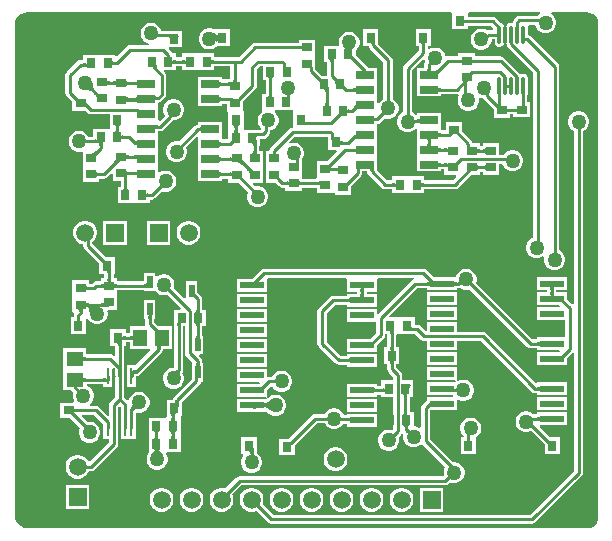
<source format=gtl>
G04*
G04 #@! TF.GenerationSoftware,Altium Limited,Altium Designer,22.8.2 (66)*
G04*
G04 Layer_Physical_Order=1*
G04 Layer_Color=255*
%FSLAX44Y44*%
%MOMM*%
G71*
G04*
G04 #@! TF.SameCoordinates,219079CE-D9F2-4F20-8337-977AF1FC8BC2*
G04*
G04*
G04 #@! TF.FilePolarity,Positive*
G04*
G01*
G75*
%ADD13C,0.2540*%
%ADD15R,0.9000X0.8000*%
%ADD16R,1.5250X0.6500*%
G04:AMPARAMS|DCode=17|XSize=1.47mm|YSize=0.28mm|CornerRadius=0.035mm|HoleSize=0mm|Usage=FLASHONLY|Rotation=270.000|XOffset=0mm|YOffset=0mm|HoleType=Round|Shape=RoundedRectangle|*
%AMROUNDEDRECTD17*
21,1,1.4700,0.2100,0,0,270.0*
21,1,1.4000,0.2800,0,0,270.0*
1,1,0.0700,-0.1050,-0.7000*
1,1,0.0700,-0.1050,0.7000*
1,1,0.0700,0.1050,0.7000*
1,1,0.0700,0.1050,-0.7000*
%
%ADD17ROUNDEDRECTD17*%
%ADD18R,0.8000X0.9000*%
%ADD19R,2.0000X0.6000*%
%ADD20R,0.2794X1.3335*%
%ADD21R,1.2000X1.4000*%
%ADD22R,1.4000X1.2000*%
%ADD23R,0.5000X1.0750*%
%ADD37R,1.5000X1.5000*%
%ADD38C,1.5000*%
%ADD39C,1.5240*%
%ADD40R,1.5000X1.5000*%
%ADD41C,1.2700*%
G36*
X15112Y440615D02*
X373399D01*
X374460Y440110D01*
X374460Y439345D01*
Y426030D01*
X387540D01*
Y429185D01*
X406911D01*
X409302Y426795D01*
X408776Y425525D01*
X405339D01*
X403853Y425229D01*
X403803Y425196D01*
X402211Y426114D01*
X399950Y426720D01*
X397610D01*
X395349Y426114D01*
X393321Y424944D01*
X391666Y423289D01*
X390496Y421261D01*
X389890Y419000D01*
Y416660D01*
X390496Y414399D01*
X391666Y412371D01*
X393321Y410716D01*
X395349Y409546D01*
X397610Y408940D01*
X399950D01*
X402211Y409546D01*
X404239Y410716D01*
X405894Y412371D01*
X407064Y414399D01*
X407670Y416660D01*
Y417755D01*
X410183D01*
Y414460D01*
X410408Y413332D01*
X411046Y412376D01*
X412002Y411738D01*
X413130Y411513D01*
X415230D01*
X416358Y411738D01*
X417314Y412376D01*
X417952Y413332D01*
X418177Y414460D01*
Y428460D01*
X417952Y429588D01*
X417314Y430544D01*
X416358Y431182D01*
X415788Y431296D01*
X411267Y435817D01*
X410007Y436659D01*
X408520Y436955D01*
X388438D01*
X387540Y437853D01*
X387540Y440110D01*
X388601Y440615D01*
X448339D01*
X448679Y439345D01*
X447931Y438914D01*
X446646Y437629D01*
X431204D01*
X429717Y437333D01*
X428457Y436491D01*
X426433Y434467D01*
X425591Y433207D01*
X425481Y432652D01*
X425230Y431407D01*
X423130D01*
X422002Y431182D01*
X421046Y430544D01*
X420408Y429588D01*
X420183Y428460D01*
Y414460D01*
X420408Y413332D01*
X420591Y413058D01*
X420721Y412403D01*
X421563Y411143D01*
X443155Y389551D01*
Y249803D01*
X442339Y249584D01*
X440311Y248414D01*
X438656Y246759D01*
X437486Y244731D01*
X436880Y242470D01*
Y240130D01*
X437486Y237869D01*
X438656Y235841D01*
X440311Y234186D01*
X442339Y233016D01*
X444600Y232410D01*
X446940D01*
X449201Y233016D01*
X451229Y234186D01*
X451337Y234294D01*
X452476Y233637D01*
X452120Y232310D01*
Y229970D01*
X452726Y227709D01*
X453896Y225681D01*
X455551Y224026D01*
X457579Y222856D01*
X459840Y222250D01*
X462180D01*
X464441Y222856D01*
X466469Y224026D01*
X468124Y225681D01*
X469294Y227709D01*
X469900Y229970D01*
Y232310D01*
X469294Y234571D01*
X468124Y236599D01*
X466469Y238254D01*
X464895Y239163D01*
Y394630D01*
X464599Y396117D01*
X463757Y397377D01*
X440649Y420485D01*
X439389Y421327D01*
X438177Y421568D01*
Y428460D01*
X438151Y428589D01*
X439182Y429859D01*
X444706D01*
X445106Y428369D01*
X446276Y426341D01*
X447931Y424686D01*
X449959Y423516D01*
X452220Y422910D01*
X454560D01*
X456821Y423516D01*
X458849Y424686D01*
X460504Y426341D01*
X461674Y428369D01*
X462280Y430630D01*
Y432970D01*
X461674Y435231D01*
X460504Y437259D01*
X458849Y438914D01*
X458101Y439345D01*
X458441Y440615D01*
X488642D01*
X488720Y440631D01*
X491010Y440330D01*
X493217Y439416D01*
X495112Y437962D01*
X496566Y436067D01*
X497480Y433860D01*
X497781Y431570D01*
X497765Y431492D01*
X497765Y13008D01*
X497781Y12930D01*
X497480Y10640D01*
X496566Y8433D01*
X495112Y6539D01*
X493217Y5084D01*
X491010Y4171D01*
X488720Y3869D01*
X488642Y3885D01*
X15112D01*
X14978Y3858D01*
X12194Y4225D01*
X9476Y5351D01*
X7142Y7142D01*
X5351Y9476D01*
X4225Y12194D01*
X3858Y14978D01*
X3885Y15112D01*
X3885Y429388D01*
X3858Y429522D01*
X4225Y432305D01*
X5351Y435024D01*
X7142Y437358D01*
X9476Y439149D01*
X12194Y440275D01*
X14978Y440642D01*
X15112Y440615D01*
D02*
G37*
%LPC*%
G36*
X169950Y426973D02*
X167609D01*
X165348Y426367D01*
X163321Y425197D01*
X161666Y423542D01*
X160495Y421514D01*
X159889Y419253D01*
Y416913D01*
X160495Y414652D01*
X161666Y412624D01*
X163321Y410969D01*
X165348Y409799D01*
X167609Y409193D01*
X169950D01*
X172211Y409799D01*
X174238Y410969D01*
X175329Y412060D01*
X186230D01*
Y426140D01*
X173150D01*
X173150Y426140D01*
Y426140D01*
X171949Y426437D01*
X169950Y426973D01*
D02*
G37*
G36*
X120550Y431800D02*
X118210D01*
X115949Y431194D01*
X113921Y430024D01*
X112266Y428369D01*
X111096Y426341D01*
X110490Y424080D01*
Y421740D01*
X111096Y419479D01*
X112266Y417451D01*
X113921Y415796D01*
X115949Y414626D01*
X117931Y414095D01*
X117764Y412825D01*
X101600D01*
X100113Y412529D01*
X98853Y411687D01*
X90293Y403127D01*
X89120Y403613D01*
Y404550D01*
X76040D01*
Y404550D01*
X75120D01*
Y404550D01*
X62040D01*
Y400164D01*
X59729D01*
X58243Y399868D01*
X56982Y399026D01*
X48053Y390097D01*
X47211Y388837D01*
X46915Y387350D01*
Y372260D01*
X47211Y370774D01*
X48053Y369514D01*
X52650Y364917D01*
Y357330D01*
X63896D01*
X65833Y355393D01*
X67093Y354551D01*
X68580Y354255D01*
X84280D01*
Y342593D01*
X83499Y341875D01*
X83202Y341748D01*
X83010Y341748D01*
X74465D01*
X74090Y341822D01*
X73716Y341748D01*
X70280D01*
Y338313D01*
X70206Y337937D01*
X70280Y337562D01*
Y335355D01*
X66442D01*
X65534Y336929D01*
X63879Y338584D01*
X61851Y339754D01*
X59590Y340360D01*
X57250D01*
X54989Y339754D01*
X52961Y338584D01*
X51306Y336929D01*
X50136Y334901D01*
X49530Y332640D01*
Y330300D01*
X50136Y328039D01*
X51306Y326011D01*
X52961Y324356D01*
X54989Y323186D01*
X57250Y322580D01*
X59590D01*
X60532Y322832D01*
X61540Y322059D01*
Y311340D01*
X61540Y310991D01*
Y310070D01*
X61540Y309720D01*
Y296990D01*
X75620D01*
Y299645D01*
X79359D01*
X80846Y299941D01*
X82106Y300783D01*
X85766Y304443D01*
X86939Y303957D01*
Y297610D01*
X93875D01*
Y292790D01*
X91220D01*
Y278710D01*
X104300D01*
Y278710D01*
X105220D01*
Y278710D01*
X118300D01*
Y281865D01*
X119888D01*
X121375Y282161D01*
X122635Y283003D01*
X128900Y289268D01*
X130656Y288798D01*
X132996D01*
X135257Y289404D01*
X137285Y290574D01*
X138940Y292229D01*
X140110Y294257D01*
X140716Y296518D01*
Y298858D01*
X140110Y301119D01*
X138940Y303147D01*
X137285Y304802D01*
X135257Y305972D01*
X132996Y306578D01*
X130656D01*
X128395Y305972D01*
X126756Y305026D01*
X125486Y305581D01*
Y309387D01*
X125486D01*
Y310507D01*
X125486D01*
Y321936D01*
X125486Y322087D01*
Y323206D01*
X125486Y323357D01*
Y334636D01*
X125486Y334786D01*
X125486D01*
Y335907D01*
X125486D01*
Y339792D01*
X127170D01*
X128656Y340088D01*
X129917Y340930D01*
X138134Y349147D01*
X138203Y349250D01*
X139600D01*
X141861Y349856D01*
X143889Y351026D01*
X145544Y352681D01*
X146714Y354709D01*
X147320Y356970D01*
Y359310D01*
X146714Y361571D01*
X145544Y363599D01*
X143889Y365254D01*
X141861Y366424D01*
X139600Y367030D01*
X137260D01*
X134999Y366424D01*
X132971Y365254D01*
X131316Y363599D01*
X130146Y361571D01*
X129540Y359310D01*
Y356970D01*
X130146Y354709D01*
X131084Y353084D01*
X126756Y348757D01*
X125486Y349283D01*
Y360037D01*
X125486Y360187D01*
X125486D01*
Y361307D01*
X125486D01*
Y363997D01*
X126755Y364249D01*
X128015Y365091D01*
X131017Y368093D01*
X131859Y369353D01*
X132155Y370840D01*
Y387093D01*
X131933Y388205D01*
X131859Y388579D01*
X131859Y388579D01*
X131859Y388579D01*
X131469Y389163D01*
X131017Y389840D01*
X130290Y390567D01*
X130776Y391740D01*
X140540D01*
Y394895D01*
X145830D01*
Y391740D01*
X158560D01*
X158910Y391740D01*
X159830D01*
X160180Y391740D01*
X172910D01*
Y394895D01*
X186616D01*
Y385454D01*
X186014Y384399D01*
X185920Y384380D01*
X183461D01*
Y383681D01*
X179726D01*
Y385587D01*
X159396D01*
Y374007D01*
X159396D01*
Y372887D01*
X159396D01*
Y361306D01*
X179726D01*
Y363212D01*
X183461D01*
Y357300D01*
X184103D01*
X184730Y356290D01*
X184730Y356030D01*
Y342210D01*
X184730D01*
Y341050D01*
X184730D01*
Y333030D01*
X184598Y332881D01*
X179726D01*
Y334636D01*
X179726Y334787D01*
Y335906D01*
X179726Y336057D01*
Y347487D01*
X159396D01*
Y345548D01*
X159093D01*
X157606Y345252D01*
X156346Y344410D01*
X143138Y331203D01*
X142140Y331470D01*
X139800D01*
X137539Y330864D01*
X135511Y329694D01*
X133856Y328039D01*
X132686Y326011D01*
X132080Y323750D01*
Y321410D01*
X132686Y319149D01*
X133856Y317121D01*
X135511Y315466D01*
X137539Y314296D01*
X139800Y313690D01*
X142140D01*
X144401Y314296D01*
X146429Y315466D01*
X148084Y317121D01*
X149254Y319149D01*
X149860Y321410D01*
Y323750D01*
X149254Y326011D01*
X149137Y326214D01*
X158421Y335498D01*
X159396Y334677D01*
Y323357D01*
X159396Y323206D01*
Y322087D01*
X159396Y321936D01*
Y310507D01*
X159396D01*
Y309387D01*
X159396D01*
Y297806D01*
X179726D01*
Y299712D01*
X184730D01*
Y296340D01*
X193317D01*
X201441Y288215D01*
X201266Y287911D01*
X200660Y285650D01*
Y283310D01*
X201266Y281049D01*
X202436Y279021D01*
X204091Y277366D01*
X206119Y276196D01*
X208380Y275590D01*
X210720D01*
X212981Y276196D01*
X215009Y277366D01*
X216664Y279021D01*
X217834Y281049D01*
X218440Y283310D01*
Y285650D01*
X217834Y287911D01*
X216664Y289939D01*
X215009Y291594D01*
X212981Y292764D01*
X210720Y293370D01*
X208380D01*
X207507Y293136D01*
X205477Y295166D01*
X205963Y296340D01*
X214050D01*
Y309070D01*
X214050Y309420D01*
X214050D01*
Y310340D01*
X214050D01*
Y323420D01*
X210895D01*
Y326970D01*
X211810D01*
Y329430D01*
X211829Y329524D01*
X211810Y329624D01*
Y333355D01*
X214030D01*
X215517Y333651D01*
X216777Y334493D01*
X219243Y336959D01*
X220085Y338219D01*
X220381Y339706D01*
Y340566D01*
X221871Y340966D01*
X223899Y342136D01*
X225554Y343791D01*
X226724Y345819D01*
X227330Y348080D01*
Y350420D01*
X226724Y352681D01*
X225554Y354709D01*
X224082Y356180D01*
X224342Y357450D01*
X226250D01*
Y357450D01*
X227170D01*
Y357450D01*
X238980D01*
X239604Y357450D01*
X239870Y356290D01*
X239870Y356200D01*
X239870Y355287D01*
Y342975D01*
X239158D01*
X237672Y342679D01*
X236411Y341837D01*
X220773Y326199D01*
X219931Y324938D01*
X219635Y323452D01*
Y323420D01*
X216480D01*
Y310690D01*
X216480Y310340D01*
Y309420D01*
X216480Y309070D01*
Y296340D01*
X224566D01*
X227774Y293133D01*
X229034Y292291D01*
X230521Y291995D01*
X232990D01*
Y289340D01*
X247070D01*
Y291995D01*
X259660D01*
Y287450D01*
X273630D01*
X273740Y287450D01*
X274900Y287185D01*
Y286181D01*
X288980D01*
Y293767D01*
X297255Y302042D01*
X298097Y303302D01*
X298393Y304788D01*
Y305792D01*
X302271D01*
X302523Y304524D01*
X302840Y304050D01*
X303365Y303264D01*
X314735Y291893D01*
X315996Y291051D01*
X317482Y290755D01*
X323660D01*
Y287600D01*
X336389D01*
X336740Y287600D01*
X337659D01*
X338009Y287600D01*
X350740D01*
Y290755D01*
X376570D01*
X378056Y291051D01*
X379317Y291893D01*
X390114Y302690D01*
X398200D01*
Y305346D01*
X400057D01*
Y302690D01*
X414137D01*
Y312345D01*
X416947D01*
X417166Y311529D01*
X418336Y309501D01*
X419991Y307846D01*
X422019Y306676D01*
X424280Y306070D01*
X426620D01*
X428881Y306676D01*
X430909Y307846D01*
X432564Y309501D01*
X433734Y311529D01*
X434340Y313790D01*
Y316130D01*
X433734Y318391D01*
X432564Y320419D01*
X430909Y322074D01*
X428881Y323244D01*
X426620Y323850D01*
X424280D01*
X422019Y323244D01*
X419991Y322074D01*
X418336Y320419D01*
X418161Y320115D01*
X414137D01*
Y329770D01*
X400057D01*
Y327115D01*
X398200D01*
Y329770D01*
X391755D01*
X391519Y330956D01*
X390677Y332217D01*
X382960Y339934D01*
Y347520D01*
X368880D01*
Y340867D01*
X365268D01*
Y342622D01*
X365268Y342772D01*
Y343892D01*
X365268Y344042D01*
Y355472D01*
X344938D01*
Y353771D01*
X343668Y353431D01*
X343664Y353439D01*
X342009Y355094D01*
X340435Y356003D01*
Y391228D01*
X349831Y400624D01*
X351154Y400151D01*
X351541Y398708D01*
X351191Y398185D01*
X350895Y396698D01*
Y393572D01*
X344938D01*
Y381992D01*
X344938D01*
Y380872D01*
X344938D01*
Y369292D01*
X365268D01*
Y371198D01*
X378272D01*
X379258Y371394D01*
X380098Y370309D01*
X379672Y369570D01*
X379066Y367309D01*
Y364968D01*
X379672Y362707D01*
X380842Y360680D01*
X382497Y359025D01*
X384524Y357854D01*
X386786Y357249D01*
X389126D01*
X391387Y357854D01*
X393414Y359025D01*
X395070Y360680D01*
X396240Y362707D01*
X396846Y364968D01*
Y367309D01*
X396670Y367967D01*
X397677Y368740D01*
X398267Y368400D01*
X400485Y367805D01*
X400896Y367191D01*
X409520Y358566D01*
Y350980D01*
X423600D01*
Y354255D01*
X426030D01*
Y351600D01*
X440110D01*
Y364680D01*
X438065D01*
Y370897D01*
X438177Y371460D01*
Y385460D01*
X437952Y386588D01*
X437314Y387544D01*
X436358Y388182D01*
X435230Y388407D01*
X433130D01*
X432002Y388182D01*
X431995Y388177D01*
X431797Y388474D01*
X418094Y402177D01*
X416833Y403019D01*
X415347Y403315D01*
X393617D01*
Y405970D01*
X379537D01*
Y403315D01*
X370803D01*
X370003Y403156D01*
X369283Y403061D01*
X368525Y404018D01*
X368193Y405258D01*
X367023Y407286D01*
X365367Y408941D01*
X363340Y410111D01*
X361079Y410717D01*
X358739D01*
X356477Y410111D01*
X355054Y409290D01*
X353784Y410000D01*
Y412060D01*
X356440D01*
Y426140D01*
X343360D01*
Y412060D01*
X346015D01*
Y407796D01*
X333803Y395584D01*
X332961Y394324D01*
X332665Y392837D01*
Y356003D01*
X331091Y355094D01*
X329436Y353439D01*
X328266Y351411D01*
X327660Y349150D01*
Y346810D01*
X328266Y344549D01*
X329436Y342521D01*
X331091Y340866D01*
X333119Y339696D01*
X335380Y339090D01*
X337720D01*
X339981Y339696D01*
X342009Y340866D01*
X343664Y342521D01*
X343668Y342529D01*
X344938Y342189D01*
Y331192D01*
X344938D01*
Y330072D01*
X344938D01*
Y318492D01*
X344938D01*
Y317372D01*
X344938D01*
Y305792D01*
X365268D01*
Y307698D01*
X367610D01*
Y302690D01*
X377467D01*
X377953Y301517D01*
X374961Y298525D01*
X350740D01*
Y301680D01*
X338009D01*
X337659Y301680D01*
X336740D01*
X336389Y301680D01*
X323660D01*
Y298525D01*
X319091D01*
X311028Y306588D01*
Y317372D01*
X311028D01*
Y318492D01*
X311028D01*
Y330072D01*
X311028Y330072D01*
Y331192D01*
X311028D01*
X311028Y331342D01*
Y342772D01*
X311028D01*
Y343892D01*
X311028D01*
Y346080D01*
X311974Y346268D01*
X313234Y347110D01*
X317114Y350990D01*
X318870Y350520D01*
X321210D01*
X323471Y351126D01*
X325499Y352296D01*
X327154Y353951D01*
X328324Y355979D01*
X328930Y358240D01*
Y360580D01*
X328324Y362841D01*
X327154Y364869D01*
X325499Y366524D01*
X323925Y367433D01*
Y400050D01*
X323629Y401537D01*
X322787Y402797D01*
X311960Y413624D01*
Y414518D01*
X311979Y414610D01*
X311960Y414711D01*
Y426140D01*
X298880D01*
Y412060D01*
X303808D01*
X304020Y410995D01*
X304862Y409734D01*
X316155Y398441D01*
Y367433D01*
X314581Y366524D01*
X312926Y364869D01*
X312298Y363780D01*
X311028Y364121D01*
Y368172D01*
X311028D01*
Y369292D01*
X311028D01*
Y380872D01*
X311028D01*
Y381992D01*
X311028D01*
Y393572D01*
X303397D01*
X303287Y393737D01*
X292940Y404084D01*
Y408637D01*
X294134Y409831D01*
X295304Y411859D01*
X295910Y414120D01*
Y416460D01*
X295304Y418721D01*
X294134Y420749D01*
X292479Y422404D01*
X290451Y423574D01*
X288190Y424180D01*
X285850D01*
X283589Y423574D01*
X281561Y422404D01*
X279906Y420749D01*
X278736Y418721D01*
X278130Y416460D01*
Y414120D01*
X278382Y413178D01*
X277609Y412170D01*
X265860D01*
Y398090D01*
X268515D01*
Y386770D01*
X264456D01*
X258575Y392651D01*
Y394130D01*
X258500Y394505D01*
Y403050D01*
X258500Y403400D01*
Y404320D01*
X258500Y404670D01*
Y417400D01*
X244420D01*
Y414744D01*
X207660D01*
X206173Y414449D01*
X204913Y413607D01*
X193971Y402665D01*
X172910D01*
Y405820D01*
X160180D01*
X159830Y405820D01*
X158910D01*
X158560Y405820D01*
X145830D01*
Y402665D01*
X140540D01*
Y405820D01*
X137618D01*
X137589Y405967D01*
X136747Y407227D01*
X134357Y409617D01*
X134843Y410790D01*
X145590D01*
Y420288D01*
X145665Y420666D01*
X145590Y421044D01*
Y424870D01*
X136695D01*
X136320Y424945D01*
X128038D01*
X127664Y426341D01*
X126494Y428369D01*
X124839Y430024D01*
X122811Y431194D01*
X120550Y431800D01*
D02*
G37*
G36*
X152452Y264040D02*
X149808D01*
X147255Y263356D01*
X144965Y262034D01*
X143096Y260165D01*
X141774Y257875D01*
X141090Y255322D01*
Y252678D01*
X141774Y250125D01*
X143096Y247835D01*
X144965Y245966D01*
X147255Y244644D01*
X149808Y243960D01*
X152452D01*
X155005Y244644D01*
X157295Y245966D01*
X159164Y247835D01*
X160486Y250125D01*
X161170Y252678D01*
Y255322D01*
X160486Y257875D01*
X159164Y260165D01*
X157295Y262034D01*
X155005Y263356D01*
X152452Y264040D01*
D02*
G37*
G36*
X135770D02*
X115690D01*
Y243960D01*
X135770D01*
Y264040D01*
D02*
G37*
G36*
X98940D02*
X78860D01*
Y243960D01*
X98940D01*
Y264040D01*
D02*
G37*
G36*
X64822D02*
X62178D01*
X59625Y263356D01*
X57335Y262034D01*
X55466Y260165D01*
X54144Y257875D01*
X53460Y255322D01*
Y252678D01*
X54144Y250125D01*
X55466Y247835D01*
X57335Y245966D01*
X59625Y244644D01*
X61916Y244030D01*
Y242690D01*
X62211Y241203D01*
X63053Y239943D01*
X75390Y227606D01*
Y219020D01*
X79935D01*
Y215470D01*
X76780D01*
Y212815D01*
X72786D01*
X71300Y212519D01*
X70039Y211677D01*
X69257Y210895D01*
X66730D01*
Y213550D01*
X52650D01*
Y200820D01*
X52650Y200470D01*
Y199550D01*
X52650Y199200D01*
Y186470D01*
X53187D01*
X54073Y185200D01*
X53915Y184404D01*
Y182300D01*
X51260D01*
Y168220D01*
X64340D01*
Y181183D01*
X64340Y181243D01*
X64854Y181381D01*
X65990Y180925D01*
X66546Y179961D01*
X68201Y178306D01*
X70229Y177136D01*
X72490Y176530D01*
X74830D01*
X77091Y177136D01*
X79119Y178306D01*
X80774Y179961D01*
X81944Y181989D01*
X82550Y184250D01*
Y186590D01*
X82338Y187383D01*
X83111Y188390D01*
X90860D01*
Y201120D01*
X90860Y201470D01*
Y202390D01*
X90860Y202740D01*
Y205046D01*
X113070D01*
Y204365D01*
X115544D01*
X115640Y204346D01*
X115737Y204365D01*
X123150D01*
X124053Y203480D01*
X124843Y202690D01*
X126871Y201520D01*
X129132Y200914D01*
X131472D01*
X133228Y201384D01*
X144789Y189823D01*
X144303Y188650D01*
X138882D01*
Y179255D01*
X138807Y178880D01*
Y139700D01*
X137260D01*
X134999Y139094D01*
X132971Y137924D01*
X131316Y136269D01*
X130146Y134241D01*
X129540Y131980D01*
Y129640D01*
X130146Y127379D01*
X131316Y125351D01*
X132971Y123696D01*
X134999Y122526D01*
X137260Y121920D01*
X139600D01*
X141861Y122526D01*
X143889Y123696D01*
X145544Y125351D01*
X146714Y127379D01*
X147320Y129640D01*
Y131980D01*
X146714Y134241D01*
X146002Y135474D01*
X146281Y135891D01*
X146577Y137378D01*
Y174570D01*
X148261D01*
Y152146D01*
X148557Y150659D01*
X149399Y149399D01*
X153913Y144885D01*
X153710Y143615D01*
X153710D01*
Y141141D01*
X153691Y141045D01*
X153710Y140948D01*
Y140797D01*
X153707Y140758D01*
X153710Y140747D01*
Y130601D01*
X153699Y130562D01*
X153710Y130467D01*
Y130433D01*
X153691Y130331D01*
X153710Y130239D01*
Y129994D01*
X138507Y114791D01*
X137665Y113531D01*
X137450Y112450D01*
X132540D01*
Y98370D01*
X132540D01*
X132369Y97623D01*
X131270Y97210D01*
X130350D01*
Y97210D01*
X117270D01*
Y83130D01*
X117270D01*
Y81970D01*
X117270D01*
Y67890D01*
X117270Y67890D01*
X116834Y66801D01*
X116176Y65661D01*
X115570Y63400D01*
Y61060D01*
X116176Y58799D01*
X117346Y56771D01*
X119001Y55116D01*
X121029Y53946D01*
X123290Y53340D01*
X125630D01*
X127891Y53946D01*
X129919Y55116D01*
X131574Y56771D01*
X132744Y58799D01*
X133350Y61060D01*
Y63400D01*
X132744Y65661D01*
X132191Y66620D01*
X132924Y67890D01*
X144350D01*
Y81970D01*
X144350D01*
Y83130D01*
X144350D01*
Y97210D01*
X144350D01*
X144616Y98370D01*
X145620D01*
Y109799D01*
X145639Y109900D01*
X145620Y109992D01*
Y110917D01*
X160485Y125782D01*
X161327Y127042D01*
X161475Y127785D01*
X163790D01*
Y140747D01*
X163793Y140758D01*
X163790Y140797D01*
Y140948D01*
X163809Y141045D01*
X163790Y141141D01*
Y143615D01*
X162635D01*
Y145542D01*
X162339Y147029D01*
X161497Y148289D01*
X159934Y149852D01*
X160420Y151025D01*
X163790D01*
Y163987D01*
X163793Y163998D01*
X163790Y164037D01*
Y164188D01*
X163809Y164284D01*
X163790Y164381D01*
Y166855D01*
X162635D01*
Y174570D01*
X165963D01*
Y188650D01*
X162635D01*
Y197595D01*
X162339Y199082D01*
X161497Y200342D01*
X158710Y203129D01*
Y212782D01*
X148630D01*
Y198629D01*
X147457Y198143D01*
X138722Y206878D01*
X139192Y208634D01*
Y210974D01*
X138586Y213235D01*
X137416Y215263D01*
X135761Y216918D01*
X133733Y218088D01*
X131472Y218694D01*
X129132D01*
X126871Y218088D01*
X124843Y216918D01*
X124420Y216494D01*
X123150Y217020D01*
Y220195D01*
X113070D01*
Y212815D01*
X90860D01*
Y215470D01*
X87705D01*
Y219020D01*
X88470D01*
Y221480D01*
X88490Y221573D01*
X88470Y221674D01*
Y233100D01*
X80884D01*
X69685Y244299D01*
Y245986D01*
X71534Y247835D01*
X72856Y250125D01*
X73540Y252678D01*
Y255322D01*
X72856Y257875D01*
X71534Y260165D01*
X69665Y262034D01*
X67375Y263356D01*
X64822Y264040D01*
D02*
G37*
G36*
X482500Y356870D02*
X480160D01*
X477899Y356264D01*
X475871Y355093D01*
X474216Y353438D01*
X473046Y351411D01*
X472440Y349150D01*
Y346809D01*
X473046Y344548D01*
X474216Y342521D01*
X475871Y340866D01*
X477445Y339957D01*
Y193667D01*
X477286Y193546D01*
X476175Y193198D01*
X471300Y198074D01*
Y203660D01*
X462644D01*
Y205280D01*
X471300D01*
Y216360D01*
X446220D01*
Y205280D01*
X454875D01*
Y203660D01*
X446220D01*
Y192580D01*
X465063D01*
X465313Y192230D01*
X464660Y190960D01*
X446220D01*
Y179880D01*
X469825D01*
Y165560D01*
X446220D01*
Y163905D01*
X442299D01*
X394500Y211704D01*
X394970Y213460D01*
Y215800D01*
X394364Y218061D01*
X393194Y220089D01*
X391539Y221744D01*
X389511Y222914D01*
X387250Y223520D01*
X384910D01*
X382649Y222914D01*
X380621Y221744D01*
X378966Y220089D01*
X377796Y218061D01*
X377340Y216360D01*
X358713D01*
X352617Y222457D01*
X351356Y223299D01*
X349870Y223595D01*
X215138D01*
X213651Y223299D01*
X212391Y222457D01*
X205024Y215090D01*
X192438D01*
Y204010D01*
X217518D01*
Y215090D01*
X218483Y215825D01*
X284472D01*
X285438Y215090D01*
X285438Y214555D01*
Y204010D01*
X294093D01*
Y202390D01*
X285438D01*
Y200735D01*
X273268D01*
X271781Y200439D01*
X270521Y199597D01*
X261413Y190489D01*
X260571Y189229D01*
X260275Y187742D01*
Y160020D01*
X260571Y158533D01*
X261413Y157273D01*
X275383Y143303D01*
X276643Y142461D01*
X278130Y142165D01*
X285438D01*
Y140510D01*
X310518D01*
Y151590D01*
X285438D01*
Y149935D01*
X279739D01*
X268045Y161629D01*
Y186133D01*
X274877Y192965D01*
X285438D01*
Y191310D01*
X310518D01*
Y202390D01*
X301862D01*
Y204010D01*
X310518D01*
Y214555D01*
X310518Y215090D01*
X311483Y215825D01*
X342024D01*
X342149Y214555D01*
X341413Y214409D01*
X340153Y213567D01*
X311788Y185201D01*
X310518Y185727D01*
Y189690D01*
X285438D01*
Y178610D01*
X309805D01*
Y169071D01*
X305024Y164290D01*
X285438D01*
Y153210D01*
X310518D01*
Y158796D01*
X316437Y164715D01*
X317279Y165976D01*
X317575Y167462D01*
Y168220D01*
X319315D01*
Y156900D01*
X316660D01*
Y142820D01*
X319315D01*
Y138318D01*
X319611Y136832D01*
X320453Y135571D01*
X324235Y131789D01*
Y128960D01*
X314120D01*
Y124535D01*
X310518D01*
Y126190D01*
X285438D01*
Y115110D01*
X310518D01*
Y116765D01*
X314120D01*
Y114880D01*
X324235D01*
Y87547D01*
X323256Y86710D01*
X321718Y87122D01*
X319378D01*
X317117Y86516D01*
X315089Y85346D01*
X313434Y83691D01*
X312264Y81663D01*
X311658Y79402D01*
Y77062D01*
X312264Y74801D01*
X313434Y72773D01*
X315089Y71118D01*
X317117Y69948D01*
X319378Y69342D01*
X321718D01*
X323979Y69948D01*
X326007Y71118D01*
X327662Y72773D01*
X328832Y74801D01*
X329438Y77062D01*
Y79402D01*
X328968Y81158D01*
X330867Y83057D01*
X331249Y83630D01*
X331671Y83721D01*
X332657Y83606D01*
X332667Y83601D01*
X332923Y83133D01*
X332740Y82450D01*
Y80110D01*
X333346Y77849D01*
X334516Y75821D01*
X336171Y74166D01*
X338199Y72996D01*
X340460Y72390D01*
X342800D01*
X345061Y72996D01*
X347089Y74166D01*
X347900Y74978D01*
X349043Y74865D01*
X368383Y55525D01*
X367636Y54231D01*
X367030Y51970D01*
Y49630D01*
X367219Y48923D01*
X366315Y47827D01*
X194355D01*
X192868Y47531D01*
X191608Y46689D01*
X182369Y37450D01*
X180392Y37980D01*
X177748D01*
X175195Y37296D01*
X172905Y35974D01*
X171036Y34105D01*
X169714Y31815D01*
X169030Y29262D01*
Y26618D01*
X169714Y24065D01*
X171036Y21775D01*
X172905Y19906D01*
X175195Y18584D01*
X177748Y17900D01*
X180392D01*
X182945Y18584D01*
X185235Y19906D01*
X187104Y21775D01*
X188426Y24065D01*
X189110Y26618D01*
Y29262D01*
X188426Y31815D01*
X188168Y32262D01*
X195964Y40057D01*
X368410D01*
X369896Y40353D01*
X371157Y41195D01*
X372481Y42520D01*
X372489Y42516D01*
X374750Y41910D01*
X377090D01*
X379351Y42516D01*
X381379Y43686D01*
X383034Y45341D01*
X384204Y47369D01*
X384810Y49630D01*
Y51970D01*
X384204Y54231D01*
X383034Y56259D01*
X381379Y57914D01*
X379351Y59084D01*
X377090Y59690D01*
X375206D01*
X355675Y79221D01*
Y103680D01*
X378300D01*
Y112107D01*
X379400Y112742D01*
X380186Y112289D01*
X382447Y111683D01*
X384787D01*
X387049Y112289D01*
X389076Y113459D01*
X390731Y115114D01*
X391901Y117141D01*
X392507Y119403D01*
Y121743D01*
X391901Y124004D01*
X390731Y126031D01*
X389076Y127687D01*
X387049Y128857D01*
X384787Y129463D01*
X382447D01*
X380186Y128857D01*
X379255Y128320D01*
X378300Y129235D01*
X378300Y130239D01*
Y140160D01*
X353220D01*
Y129080D01*
X377015D01*
X377147Y128941D01*
X377639Y127810D01*
X377368Y127460D01*
X353220D01*
Y116380D01*
X374710D01*
X374912Y116030D01*
X374179Y114760D01*
X353220D01*
Y112212D01*
X352853Y111967D01*
X349043Y108157D01*
X348201Y106897D01*
X347905Y105410D01*
Y89257D01*
X346635Y88655D01*
X345061Y89564D01*
X342800Y90170D01*
X341850D01*
Y102290D01*
X338544D01*
Y114880D01*
X341200D01*
Y124275D01*
X341274Y124650D01*
X341200Y125025D01*
Y128960D01*
X332004D01*
Y133398D01*
X331709Y134885D01*
X330867Y136145D01*
X327084Y139927D01*
Y142820D01*
X329740D01*
Y156900D01*
X327084D01*
Y167322D01*
X327982Y168220D01*
X329390Y168220D01*
X329740Y168220D01*
X338286D01*
X338660Y168146D01*
X343251D01*
X347980Y163416D01*
X349240Y162574D01*
X350727Y162279D01*
X353220D01*
Y154480D01*
X378300D01*
Y162279D01*
X398648D01*
X441753Y119173D01*
X443013Y118331D01*
X444500Y118035D01*
X446220D01*
Y116380D01*
X471300D01*
Y127460D01*
X446220D01*
Y127460D01*
X444950Y126964D01*
X403004Y168910D01*
X401743Y169752D01*
X400257Y170048D01*
X378300D01*
Y178260D01*
X353220D01*
Y170960D01*
X351950Y170434D01*
X347607Y174777D01*
X346346Y175619D01*
X344860Y175915D01*
X342470D01*
Y182300D01*
X329740D01*
X329390Y182300D01*
X328470D01*
X328120Y182300D01*
X321533D01*
X321047Y183473D01*
X344509Y206935D01*
X353220D01*
Y205280D01*
X378300D01*
Y206935D01*
X379570D01*
X381057Y207231D01*
X381084Y207249D01*
X382649Y206346D01*
X384910Y205740D01*
X387250D01*
X389006Y206210D01*
X437943Y157273D01*
X439203Y156431D01*
X440690Y156135D01*
X446220D01*
Y154480D01*
X464660D01*
X465313Y153210D01*
X465063Y152860D01*
X446220D01*
Y141780D01*
X471300D01*
Y147366D01*
X476175Y152242D01*
X477286Y151894D01*
X477445Y151773D01*
Y52409D01*
X440351Y15315D01*
X222589D01*
X213829Y24075D01*
X214510Y26618D01*
Y29262D01*
X213826Y31815D01*
X212504Y34105D01*
X210635Y35974D01*
X208345Y37296D01*
X205792Y37980D01*
X203148D01*
X200595Y37296D01*
X198305Y35974D01*
X196436Y34105D01*
X195114Y31815D01*
X194430Y29262D01*
Y26618D01*
X195114Y24065D01*
X196436Y21775D01*
X198305Y19906D01*
X200595Y18584D01*
X203148Y17900D01*
X205792D01*
X208335Y18581D01*
X218233Y8683D01*
X219493Y7841D01*
X220980Y7545D01*
X441960D01*
X443447Y7841D01*
X444707Y8683D01*
X484077Y48053D01*
X484919Y49313D01*
X485215Y50800D01*
Y339957D01*
X486789Y340866D01*
X488444Y342521D01*
X489614Y344548D01*
X490220Y346809D01*
Y349150D01*
X489614Y351411D01*
X488444Y353438D01*
X486789Y355093D01*
X484761Y356264D01*
X482500Y356870D01*
D02*
G37*
G36*
X378300Y203660D02*
X353220D01*
Y192580D01*
X378300D01*
Y203660D01*
D02*
G37*
G36*
X217518Y202390D02*
X192438D01*
Y191310D01*
X217518D01*
Y202390D01*
D02*
G37*
G36*
X378300Y190960D02*
X353220D01*
Y179880D01*
X378300D01*
Y190960D01*
D02*
G37*
G36*
X217518Y189690D02*
X192438D01*
Y178610D01*
X217518D01*
Y189690D01*
D02*
G37*
G36*
X123150Y196955D02*
X113070D01*
Y183993D01*
X113067Y183982D01*
X113070Y183943D01*
Y183792D01*
X113051Y183696D01*
X113070Y183599D01*
Y181125D01*
X114225D01*
Y176370D01*
X114317Y175910D01*
X114274Y175705D01*
X113275Y174640D01*
X101840D01*
Y168985D01*
X97980D01*
Y172140D01*
X84900D01*
Y158060D01*
X88825D01*
Y150342D01*
X87652Y149856D01*
X87331Y150177D01*
X86071Y151019D01*
X84584Y151315D01*
X64150D01*
Y155970D01*
X45070D01*
Y138890D01*
X45070D01*
Y137970D01*
X45070D01*
Y120890D01*
X51630D01*
X51863Y120541D01*
X53643Y118761D01*
X53173Y117005D01*
Y114664D01*
X53779Y112403D01*
X54398Y111330D01*
X53665Y110060D01*
X42490D01*
Y96980D01*
X51076D01*
X59212Y88844D01*
X59026Y88521D01*
X58420Y86260D01*
Y83920D01*
X59026Y81659D01*
X60196Y79631D01*
X61851Y77976D01*
X63879Y76806D01*
X66140Y76200D01*
X68480D01*
X70741Y76806D01*
X72769Y77976D01*
X74424Y79631D01*
X75594Y81659D01*
X76200Y83920D01*
Y86260D01*
X75594Y88521D01*
X74424Y90549D01*
X72769Y92204D01*
X70741Y93374D01*
X68480Y93980D01*
X66140D01*
X65291Y93753D01*
X60582Y98462D01*
X61068Y99636D01*
X71172D01*
X78765Y92042D01*
Y79121D01*
X83821D01*
Y76615D01*
X67601Y60395D01*
X66035Y60571D01*
X65184Y62045D01*
X63315Y63914D01*
X61025Y65236D01*
X58472Y65920D01*
X55828D01*
X53275Y65236D01*
X50985Y63914D01*
X49116Y62045D01*
X47794Y59755D01*
X47110Y57202D01*
Y54558D01*
X47794Y52005D01*
X49116Y49715D01*
X50985Y47846D01*
X53275Y46524D01*
X55828Y45840D01*
X58472D01*
X61025Y46524D01*
X63315Y47846D01*
X65184Y49715D01*
X66500Y51995D01*
X68580D01*
X70067Y52291D01*
X71327Y53133D01*
X90453Y72259D01*
X91295Y73520D01*
X91591Y75006D01*
Y79121D01*
X91643D01*
Y97536D01*
X91591D01*
Y106442D01*
X92710Y107562D01*
X93829Y106442D01*
Y97536D01*
X93777D01*
Y79121D01*
X106655D01*
Y97536D01*
X106602D01*
Y100591D01*
X106623Y100672D01*
X106837Y101046D01*
X107872Y101648D01*
X108050Y101600D01*
X110390D01*
X112651Y102206D01*
X114679Y103376D01*
X116334Y105031D01*
X117504Y107059D01*
X118110Y109320D01*
Y111660D01*
X117504Y113921D01*
X116334Y115949D01*
X114679Y117604D01*
X112651Y118774D01*
X110390Y119380D01*
X108050D01*
X105789Y118774D01*
X103761Y117604D01*
X102106Y115949D01*
X100936Y113921D01*
X100555Y112500D01*
X99138Y112121D01*
X96595Y114664D01*
Y123444D01*
X96647D01*
Y141859D01*
X96595D01*
Y158060D01*
X97980D01*
Y161215D01*
X101840D01*
Y155560D01*
X118336D01*
X118862Y154290D01*
X106431Y141859D01*
X98781D01*
Y123444D01*
X106655D01*
Y132403D01*
X106681Y132535D01*
X107923Y132782D01*
X109184Y133624D01*
X128591Y153031D01*
X129433Y154291D01*
X129685Y155560D01*
X136920D01*
Y174640D01*
X125334D01*
X121995Y177979D01*
Y181125D01*
X123150D01*
Y183599D01*
X123169Y183696D01*
X123150Y183792D01*
Y183943D01*
X123153Y183982D01*
X123150Y183993D01*
Y196955D01*
D02*
G37*
G36*
X217518Y176990D02*
X192438D01*
Y165910D01*
X217518D01*
Y176990D01*
D02*
G37*
G36*
Y164290D02*
X192438D01*
Y153210D01*
X217518D01*
Y164290D01*
D02*
G37*
G36*
X378300Y152860D02*
X353220D01*
Y141780D01*
X378300D01*
Y152860D01*
D02*
G37*
G36*
X217518Y151590D02*
X192438D01*
Y140510D01*
X217518D01*
Y151590D01*
D02*
G37*
G36*
Y138890D02*
X192438D01*
Y127810D01*
X210879D01*
X211532Y126540D01*
X211282Y126190D01*
X192438D01*
Y115110D01*
X216249D01*
X216549Y115110D01*
X216604Y115101D01*
X217469Y114346D01*
X217561Y114045D01*
X217506Y113740D01*
X217322Y113490D01*
X192438D01*
Y102410D01*
X206334D01*
X206708Y102336D01*
X206709Y102336D01*
X206709Y102336D01*
X207083Y102410D01*
X217518D01*
X218442Y101656D01*
X218644Y101524D01*
X219331Y100836D01*
X221359Y99666D01*
X223620Y99060D01*
X225960D01*
X228221Y99666D01*
X230249Y100836D01*
X231904Y102491D01*
X233074Y104519D01*
X233680Y106780D01*
Y109120D01*
X233074Y111381D01*
X231904Y113409D01*
X230249Y115064D01*
X228221Y116234D01*
X225960Y116840D01*
X223620D01*
X221359Y116234D01*
X219331Y115064D01*
X218663Y114395D01*
X217882Y114791D01*
X217751Y114903D01*
X217518Y116017D01*
X217518Y116376D01*
Y120696D01*
X220727Y123905D01*
X222214Y123750D01*
X222756Y122811D01*
X224411Y121156D01*
X226439Y119986D01*
X228700Y119380D01*
X231040D01*
X233301Y119986D01*
X235329Y121156D01*
X236984Y122811D01*
X238154Y124839D01*
X238760Y127100D01*
Y129440D01*
X238154Y131701D01*
X236984Y133729D01*
X235329Y135384D01*
X233301Y136554D01*
X231040Y137160D01*
X228700D01*
X226439Y136554D01*
X224411Y135384D01*
X222756Y133729D01*
X221847Y132155D01*
X219598D01*
X218788Y131994D01*
X217518Y132873D01*
Y138890D01*
D02*
G37*
G36*
X471300Y114760D02*
X446220D01*
Y103680D01*
X471300D01*
Y114760D01*
D02*
G37*
G36*
X310518Y113490D02*
X285438D01*
Y102410D01*
X310518D01*
Y113490D01*
D02*
G37*
G36*
X275490Y105410D02*
X273150D01*
X270889Y104804D01*
X268861Y103634D01*
X267206Y101979D01*
X266297Y100405D01*
X258460D01*
X256974Y100109D01*
X255713Y99267D01*
X235877Y79430D01*
X227790D01*
Y65350D01*
X240870D01*
Y73436D01*
X260069Y92635D01*
X266297D01*
X267206Y91061D01*
X268861Y89406D01*
X270889Y88236D01*
X273150Y87630D01*
X275490D01*
X277751Y88236D01*
X279779Y89406D01*
X281434Y91061D01*
X281976Y92000D01*
X285438D01*
Y89710D01*
X310518D01*
Y100790D01*
X288092D01*
X287992Y100809D01*
X287898Y100790D01*
X285438D01*
Y99770D01*
X282653D01*
X282604Y99951D01*
X281434Y101979D01*
X279779Y103634D01*
X277751Y104804D01*
X275490Y105410D01*
D02*
G37*
G36*
X391368Y97441D02*
X389027D01*
X386766Y96835D01*
X384739Y95664D01*
X383084Y94009D01*
X381913Y91982D01*
X381307Y89721D01*
Y87380D01*
X381913Y85119D01*
X383084Y83092D01*
X384115Y82060D01*
Y80700D01*
X381460D01*
Y66620D01*
X394540D01*
Y80700D01*
X394540Y80700D01*
X394540D01*
X395581Y81394D01*
X395656Y81437D01*
X397311Y83092D01*
X398481Y85119D01*
X399087Y87380D01*
Y89721D01*
X398481Y91982D01*
X397311Y94009D01*
X395656Y95664D01*
X393629Y96835D01*
X391368Y97441D01*
D02*
G37*
G36*
X438050Y102870D02*
X435710D01*
X433449Y102264D01*
X431421Y101094D01*
X429766Y99439D01*
X428596Y97411D01*
X427990Y95150D01*
Y92810D01*
X428596Y90549D01*
X429766Y88521D01*
X431421Y86866D01*
X433449Y85696D01*
X435710Y85090D01*
X438050D01*
X440311Y85696D01*
X441122Y86164D01*
X452580Y74706D01*
Y66620D01*
X465660D01*
Y80700D01*
X457574D01*
X448467Y89807D01*
X448953Y90980D01*
X471300D01*
Y102060D01*
X446220D01*
Y100405D01*
X443028D01*
X442339Y101094D01*
X440311Y102264D01*
X438050Y102870D01*
D02*
G37*
G36*
X276912Y72270D02*
X274268D01*
X271715Y71586D01*
X269425Y70264D01*
X267556Y68395D01*
X266234Y66105D01*
X265550Y63552D01*
Y60908D01*
X266234Y58355D01*
X267556Y56065D01*
X269425Y54196D01*
X271715Y52874D01*
X274268Y52190D01*
X276912D01*
X279465Y52874D01*
X281755Y54196D01*
X283624Y56065D01*
X284946Y58355D01*
X285630Y60908D01*
Y63552D01*
X284946Y66105D01*
X283624Y68395D01*
X281755Y70264D01*
X279465Y71586D01*
X276912Y72270D01*
D02*
G37*
G36*
X208918Y80700D02*
X195838D01*
Y66620D01*
X197168D01*
X197654Y65447D01*
X197356Y65149D01*
X196186Y63121D01*
X195580Y60860D01*
Y58520D01*
X196186Y56259D01*
X197356Y54231D01*
X199011Y52576D01*
X201039Y51406D01*
X203300Y50800D01*
X205640D01*
X207901Y51406D01*
X209929Y52576D01*
X211584Y54231D01*
X212754Y56259D01*
X213360Y58520D01*
Y60860D01*
X212754Y63121D01*
X211584Y65149D01*
X209929Y66804D01*
X208918Y67387D01*
Y69079D01*
X208937Y69173D01*
X208918Y69273D01*
Y80700D01*
D02*
G37*
G36*
X67190Y40520D02*
X47110D01*
Y20440D01*
X67190D01*
Y40520D01*
D02*
G37*
G36*
X366910Y37980D02*
X346830D01*
Y17900D01*
X366910D01*
Y37980D01*
D02*
G37*
G36*
X332792D02*
X330148D01*
X327595Y37296D01*
X325305Y35974D01*
X323436Y34105D01*
X322114Y31815D01*
X321430Y29262D01*
Y26618D01*
X322114Y24065D01*
X323436Y21775D01*
X325305Y19906D01*
X327595Y18584D01*
X330148Y17900D01*
X332792D01*
X335345Y18584D01*
X337635Y19906D01*
X339504Y21775D01*
X340826Y24065D01*
X341510Y26618D01*
Y29262D01*
X340826Y31815D01*
X339504Y34105D01*
X337635Y35974D01*
X335345Y37296D01*
X332792Y37980D01*
D02*
G37*
G36*
X307392D02*
X304748D01*
X302195Y37296D01*
X299905Y35974D01*
X298036Y34105D01*
X296714Y31815D01*
X296030Y29262D01*
Y26618D01*
X296714Y24065D01*
X298036Y21775D01*
X299905Y19906D01*
X302195Y18584D01*
X304748Y17900D01*
X307392D01*
X309945Y18584D01*
X312235Y19906D01*
X314104Y21775D01*
X315426Y24065D01*
X316110Y26618D01*
Y29262D01*
X315426Y31815D01*
X314104Y34105D01*
X312235Y35974D01*
X309945Y37296D01*
X307392Y37980D01*
D02*
G37*
G36*
X281992D02*
X279348D01*
X276795Y37296D01*
X274505Y35974D01*
X272636Y34105D01*
X271314Y31815D01*
X270630Y29262D01*
Y26618D01*
X271314Y24065D01*
X272636Y21775D01*
X274505Y19906D01*
X276795Y18584D01*
X279348Y17900D01*
X281992D01*
X284545Y18584D01*
X286835Y19906D01*
X288704Y21775D01*
X290026Y24065D01*
X290710Y26618D01*
Y29262D01*
X290026Y31815D01*
X288704Y34105D01*
X286835Y35974D01*
X284545Y37296D01*
X281992Y37980D01*
D02*
G37*
G36*
X256592D02*
X253948D01*
X251395Y37296D01*
X249105Y35974D01*
X247236Y34105D01*
X245914Y31815D01*
X245230Y29262D01*
Y26618D01*
X245914Y24065D01*
X247236Y21775D01*
X249105Y19906D01*
X251395Y18584D01*
X253948Y17900D01*
X256592D01*
X259145Y18584D01*
X261435Y19906D01*
X263304Y21775D01*
X264626Y24065D01*
X265310Y26618D01*
Y29262D01*
X264626Y31815D01*
X263304Y34105D01*
X261435Y35974D01*
X259145Y37296D01*
X256592Y37980D01*
D02*
G37*
G36*
X231192D02*
X228548D01*
X225995Y37296D01*
X223705Y35974D01*
X221836Y34105D01*
X220514Y31815D01*
X219830Y29262D01*
Y26618D01*
X220514Y24065D01*
X221836Y21775D01*
X223705Y19906D01*
X225995Y18584D01*
X228548Y17900D01*
X231192D01*
X233745Y18584D01*
X236035Y19906D01*
X237904Y21775D01*
X239226Y24065D01*
X239910Y26618D01*
Y29262D01*
X239226Y31815D01*
X237904Y34105D01*
X236035Y35974D01*
X233745Y37296D01*
X231192Y37980D01*
D02*
G37*
G36*
X154992D02*
X152348D01*
X149795Y37296D01*
X147505Y35974D01*
X145636Y34105D01*
X144314Y31815D01*
X143630Y29262D01*
Y26618D01*
X144314Y24065D01*
X145636Y21775D01*
X147505Y19906D01*
X149795Y18584D01*
X152348Y17900D01*
X154992D01*
X157545Y18584D01*
X159835Y19906D01*
X161704Y21775D01*
X163026Y24065D01*
X163710Y26618D01*
Y29262D01*
X163026Y31815D01*
X161704Y34105D01*
X159835Y35974D01*
X157545Y37296D01*
X154992Y37980D01*
D02*
G37*
G36*
X129592D02*
X126948D01*
X124395Y37296D01*
X122105Y35974D01*
X120236Y34105D01*
X118914Y31815D01*
X118230Y29262D01*
Y26618D01*
X118914Y24065D01*
X120236Y21775D01*
X122105Y19906D01*
X124395Y18584D01*
X126948Y17900D01*
X129592D01*
X132145Y18584D01*
X134435Y19906D01*
X136304Y21775D01*
X137626Y24065D01*
X138310Y26618D01*
Y29262D01*
X137626Y31815D01*
X136304Y34105D01*
X134435Y35974D01*
X132145Y37296D01*
X129592Y37980D01*
D02*
G37*
%LPD*%
G36*
X173295Y422660D02*
X175342Y421388D01*
X175663Y421225D01*
X175725Y421399D01*
X175751Y421640D01*
Y421181D01*
X175956Y421077D01*
X176536Y420822D01*
X177082Y420624D01*
X177593Y420483D01*
X178070Y420398D01*
X178513Y420370D01*
X178934Y417830D01*
X178424Y417796D01*
X177916Y417694D01*
X177412Y417523D01*
X176910Y417285D01*
X176412Y416978D01*
X175917Y416603D01*
X175425Y416160D01*
X174936Y415649D01*
X174450Y415069D01*
X173968Y414422D01*
X173416Y417824D01*
X173180Y417830D01*
Y419274D01*
X172544Y423197D01*
X173295Y422660D01*
D02*
G37*
G36*
X135080Y422299D02*
Y418520D01*
X135055Y418761D01*
X134979Y418977D01*
X134852Y419168D01*
X134674Y419333D01*
X134445Y419473D01*
X134166Y419587D01*
X133836Y419676D01*
X133455Y419739D01*
X133023Y419777D01*
X132540Y419790D01*
Y422330D01*
X135080Y422299D01*
D02*
G37*
G36*
X309389Y414631D02*
X309292Y414609D01*
X309205Y414544D01*
X309129Y414437D01*
X309062Y414287D01*
X309006Y414093D01*
X308960Y413857D01*
X308925Y413577D01*
X308884Y412890D01*
X308879Y412481D01*
X306339D01*
X306330Y412894D01*
X306260Y413590D01*
X306198Y413873D01*
X306119Y414113D01*
X306022Y414309D01*
X305908Y414462D01*
X305776Y414572D01*
X305627Y414638D01*
X305459Y414661D01*
X309389Y414631D01*
D02*
G37*
G36*
X352198Y414635D02*
X351982Y414558D01*
X351792Y414430D01*
X351627Y414250D01*
X351487Y414018D01*
X351373Y413736D01*
X351284Y413401D01*
X351221Y413016D01*
X351182Y412579D01*
X351170Y412090D01*
X348630D01*
X348617Y412579D01*
X348579Y413016D01*
X348515Y413401D01*
X348427Y413736D01*
X348312Y414018D01*
X348172Y414250D01*
X348007Y414430D01*
X347817Y414558D01*
X347601Y414635D01*
X347360Y414661D01*
X352440D01*
X352198Y414635D01*
D02*
G37*
G36*
X288303Y411651D02*
X288341Y411214D01*
X288404Y410829D01*
X288493Y410494D01*
X288608Y410212D01*
X288648Y410145D01*
X290741D01*
X290276Y409782D01*
X289859Y409402D01*
X289491Y409005D01*
X289172Y408591D01*
X288903Y408160D01*
X288682Y407712D01*
X288511Y407247D01*
X288388Y406765D01*
X288314Y406266D01*
X288290Y405750D01*
X285750D01*
X285725Y406266D01*
X285652Y406765D01*
X285529Y407247D01*
X285358Y407712D01*
X285137Y408160D01*
X284867Y408591D01*
X284549Y409005D01*
X284181Y409402D01*
X283764Y409782D01*
X283299Y410145D01*
X285392D01*
X285432Y410212D01*
X285547Y410494D01*
X285636Y410829D01*
X285699Y411214D01*
X285737Y411651D01*
X285750Y412140D01*
X288290D01*
X288303Y411651D01*
D02*
G37*
G36*
X274699Y400665D02*
X274483Y400588D01*
X274292Y400460D01*
X274127Y400280D01*
X273987Y400048D01*
X273873Y399766D01*
X273784Y399431D01*
X273721Y399046D01*
X273682Y398609D01*
X273670Y398120D01*
X271130D01*
X271117Y398609D01*
X271079Y399046D01*
X271015Y399431D01*
X270927Y399766D01*
X270812Y400048D01*
X270673Y400280D01*
X270508Y400460D01*
X270317Y400588D01*
X270101Y400665D01*
X269860Y400691D01*
X274940D01*
X274699Y400665D01*
D02*
G37*
G36*
X189850Y398780D02*
X189603Y397232D01*
X189524Y397285D01*
X189401Y397332D01*
X189232Y397374D01*
X187270Y397507D01*
X186784Y397510D01*
X189850Y400050D01*
Y398780D01*
D02*
G37*
G36*
X170335Y401079D02*
X170412Y400863D01*
X170540Y400672D01*
X170720Y400507D01*
X170952Y400368D01*
X171234Y400253D01*
X171569Y400164D01*
X171954Y400101D01*
X172391Y400063D01*
X172880Y400050D01*
Y397510D01*
X172391Y397497D01*
X171954Y397459D01*
X171569Y397396D01*
X171234Y397307D01*
X170952Y397192D01*
X170720Y397053D01*
X170540Y396888D01*
X170412Y396697D01*
X170335Y396481D01*
X170309Y396240D01*
Y401320D01*
X170335Y401079D01*
D02*
G37*
G36*
X148400Y396240D02*
X148375Y396481D01*
X148299Y396697D01*
X148172Y396888D01*
X147994Y397053D01*
X147766Y397192D01*
X147486Y397307D01*
X147156Y397396D01*
X146775Y397459D01*
X146343Y397497D01*
X145861Y397510D01*
Y400050D01*
X146343Y400063D01*
X146775Y400101D01*
X147156Y400164D01*
X147486Y400253D01*
X147766Y400368D01*
X147994Y400507D01*
X148172Y400672D01*
X148299Y400863D01*
X148375Y401079D01*
X148400Y401320D01*
Y396240D01*
D02*
G37*
G36*
X137995Y401079D02*
X138071Y400863D01*
X138198Y400672D01*
X138376Y400507D01*
X138604Y400368D01*
X138884Y400253D01*
X139214Y400164D01*
X139595Y400101D01*
X140027Y400063D01*
X140509Y400050D01*
Y397510D01*
X140027Y397497D01*
X139595Y397459D01*
X139214Y397396D01*
X138884Y397307D01*
X138604Y397192D01*
X138376Y397053D01*
X138198Y396888D01*
X138071Y396697D01*
X137995Y396481D01*
X137969Y396240D01*
Y401320D01*
X137995Y401079D01*
D02*
G37*
G36*
X86545Y399809D02*
X86622Y399593D01*
X86750Y399402D01*
X86930Y399237D01*
X87162Y399098D01*
X87444Y398983D01*
X87779Y398894D01*
X88164Y398831D01*
X88601Y398793D01*
X89089Y398780D01*
Y396240D01*
X88601Y396227D01*
X88164Y396189D01*
X87779Y396126D01*
X87444Y396037D01*
X87162Y395923D01*
X86930Y395783D01*
X86750Y395618D01*
X86622Y395427D01*
X86545Y395211D01*
X86519Y394970D01*
Y400050D01*
X86545Y399809D01*
D02*
G37*
G36*
X64611Y393739D02*
X64585Y393980D01*
X64509Y394196D01*
X64382Y394387D01*
X64204Y394552D01*
X63976Y394692D01*
X63696Y394806D01*
X63366Y394895D01*
X62985Y394958D01*
X62553Y394996D01*
X62070Y395009D01*
Y397549D01*
X62553Y397562D01*
X62985Y397600D01*
X63366Y397663D01*
X63696Y397752D01*
X63976Y397867D01*
X64204Y398006D01*
X64382Y398171D01*
X64509Y398362D01*
X64585Y398578D01*
X64611Y398819D01*
Y393739D01*
D02*
G37*
G36*
X123969Y394310D02*
X123966Y392668D01*
X121426D01*
X121422Y392985D01*
X121366Y393737D01*
X121333Y393921D01*
X121292Y394071D01*
X121243Y394189D01*
X121187Y394273D01*
X121124Y394324D01*
X121053Y394341D01*
X123969Y394310D01*
D02*
G37*
G36*
X356063Y393053D02*
X356101Y392617D01*
X356164Y392231D01*
X356253Y391897D01*
X356368Y391614D01*
X356507Y391383D01*
X356672Y391203D01*
X356863Y391074D01*
X357079Y390997D01*
X357320Y390971D01*
X352240D01*
X352481Y390997D01*
X352697Y391074D01*
X352888Y391203D01*
X353053Y391383D01*
X353193Y391614D01*
X353307Y391897D01*
X353396Y392231D01*
X353459Y392617D01*
X353497Y393053D01*
X353510Y393542D01*
X356050D01*
X356063Y393053D01*
D02*
G37*
G36*
X364171Y391002D02*
X363665Y390478D01*
X362868Y389541D01*
X362578Y389127D01*
X362359Y388749D01*
X362213Y388408D01*
X362138Y388104D01*
X362135Y387836D01*
X362203Y387605D01*
X362344Y387410D01*
X358783Y390971D01*
X358977Y390831D01*
X359209Y390762D01*
X359477Y390765D01*
X359781Y390840D01*
X360122Y390987D01*
X360499Y391205D01*
X360913Y391496D01*
X361364Y391858D01*
X362375Y392798D01*
X364171Y391002D01*
D02*
G37*
G36*
X222629Y385425D02*
X222413Y385348D01*
X222223Y385220D01*
X222057Y385040D01*
X221918Y384808D01*
X221803Y384526D01*
X221715Y384191D01*
X221651Y383806D01*
X221613Y383369D01*
X221600Y382881D01*
X219060D01*
X219048Y383369D01*
X219009Y383806D01*
X218946Y384191D01*
X218857Y384526D01*
X218743Y384808D01*
X218603Y385040D01*
X218438Y385220D01*
X218248Y385348D01*
X218032Y385425D01*
X217790Y385451D01*
X222870D01*
X222629Y385425D01*
D02*
G37*
G36*
X191783Y383861D02*
X191821Y383424D01*
X191885Y383039D01*
X191974Y382705D01*
X192088Y382422D01*
X192228Y382191D01*
X192393Y382011D01*
X192583Y381882D01*
X192799Y381805D01*
X193041Y381779D01*
X187960D01*
X188202Y381805D01*
X188418Y381882D01*
X188608Y382011D01*
X188773Y382191D01*
X188913Y382422D01*
X189027Y382705D01*
X189116Y383039D01*
X189180Y383424D01*
X189218Y383861D01*
X189230Y384350D01*
X191770D01*
X191783Y383861D01*
D02*
G37*
G36*
X275504Y385470D02*
X276468Y384650D01*
X276888Y384355D01*
X277268Y384137D01*
X277607Y383996D01*
X277905Y383932D01*
X278162Y383944D01*
X278377Y384033D01*
X278553Y384199D01*
X275460Y380107D01*
X275582Y380327D01*
X275636Y380578D01*
X275623Y380860D01*
X275544Y381173D01*
X275398Y381517D01*
X275185Y381892D01*
X274905Y382297D01*
X274558Y382734D01*
X274145Y383201D01*
X273664Y383699D01*
X274960Y385996D01*
X275504Y385470D01*
D02*
G37*
G36*
X89541Y378460D02*
X89515Y378701D01*
X89438Y378917D01*
X89310Y379108D01*
X89130Y379273D01*
X88898Y379412D01*
X88616Y379527D01*
X88281Y379616D01*
X87896Y379679D01*
X87459Y379717D01*
X86971Y379730D01*
Y382270D01*
X87459Y382283D01*
X87896Y382321D01*
X88281Y382384D01*
X88616Y382473D01*
X88898Y382588D01*
X89130Y382727D01*
X89310Y382892D01*
X89438Y383083D01*
X89515Y383299D01*
X89541Y383540D01*
Y378460D01*
D02*
G37*
G36*
X81935Y383299D02*
X82012Y383083D01*
X82140Y382892D01*
X82320Y382727D01*
X82552Y382588D01*
X82834Y382473D01*
X83169Y382384D01*
X83554Y382321D01*
X83991Y382283D01*
X84480Y382270D01*
Y379730D01*
X83991Y379717D01*
X83554Y379679D01*
X83169Y379616D01*
X82834Y379527D01*
X82552Y379412D01*
X82320Y379273D01*
X82140Y379108D01*
X82012Y378917D01*
X81935Y378701D01*
X81909Y378460D01*
Y383540D01*
X81935Y383299D01*
D02*
G37*
G36*
X107757Y377840D02*
X107731Y378082D01*
X107654Y378297D01*
X107526Y378488D01*
X107346Y378653D01*
X107114Y378793D01*
X106832Y378907D01*
X106497Y378996D01*
X106112Y379059D01*
X105675Y379098D01*
X105187Y379110D01*
Y381650D01*
X105675Y381663D01*
X106112Y381701D01*
X106497Y381764D01*
X106832Y381853D01*
X107114Y381968D01*
X107346Y382107D01*
X107526Y382272D01*
X107654Y382463D01*
X107731Y382679D01*
X107757Y382920D01*
Y377840D01*
D02*
G37*
G36*
X98445Y382679D02*
X98522Y382463D01*
X98650Y382272D01*
X98830Y382107D01*
X99062Y381968D01*
X99344Y381853D01*
X99679Y381764D01*
X100064Y381701D01*
X100501Y381663D01*
X100990Y381650D01*
Y379110D01*
X100501Y379098D01*
X100064Y379059D01*
X99679Y378996D01*
X99344Y378907D01*
X99062Y378793D01*
X98830Y378653D01*
X98650Y378488D01*
X98522Y378297D01*
X98445Y378082D01*
X98419Y377840D01*
Y382920D01*
X98445Y382679D01*
D02*
G37*
G36*
X186061Y377257D02*
X186034Y377498D01*
X185956Y377714D01*
X185827Y377904D01*
X185646Y378069D01*
X185415Y378209D01*
X185132Y378323D01*
X184798Y378412D01*
X184414Y378476D01*
X183978Y378514D01*
X183491Y378526D01*
Y381067D01*
X183974Y381074D01*
X184786Y381133D01*
X185117Y381185D01*
X185396Y381252D01*
X185625Y381334D01*
X185802Y381431D01*
X185929Y381542D01*
X186006Y381669D01*
X186031Y381810D01*
X186061Y377257D01*
D02*
G37*
G36*
X177151Y382095D02*
X177228Y381879D01*
X177357Y381689D01*
X177537Y381524D01*
X177768Y381384D01*
X178051Y381270D01*
X178385Y381181D01*
X178770Y381117D01*
X179207Y381079D01*
X179696Y381067D01*
Y378526D01*
X179207Y378514D01*
X178770Y378476D01*
X178385Y378412D01*
X178051Y378323D01*
X177768Y378209D01*
X177537Y378069D01*
X177357Y377904D01*
X177228Y377714D01*
X177151Y377498D01*
X177125Y377257D01*
Y382337D01*
X177151Y382095D01*
D02*
G37*
G36*
X69870Y380155D02*
X70008Y378591D01*
X70128Y377893D01*
X70280Y377250D01*
X70465Y376664D01*
X70684Y376133D01*
X70936Y375659D01*
X71221Y375240D01*
X71539Y374878D01*
X69767Y373057D01*
X69401Y373378D01*
X68979Y373664D01*
X68503Y373914D01*
X67973Y374127D01*
X67389Y374305D01*
X66750Y374446D01*
X66056Y374552D01*
X65308Y374621D01*
X63649Y374652D01*
X69850Y381022D01*
X69870Y380155D01*
D02*
G37*
G36*
X269400Y375261D02*
X269397Y375235D01*
X269395Y375159D01*
X269388Y372720D01*
X266848D01*
X266835Y373207D01*
X266797Y373643D01*
X266733Y374027D01*
X266645Y374361D01*
X266530Y374643D01*
X266391Y374875D01*
X266225Y375055D01*
X266035Y375185D01*
X265819Y375263D01*
X265578Y375291D01*
X269400Y375261D01*
D02*
G37*
G36*
X362370Y377381D02*
X362447Y377165D01*
X362575Y376975D01*
X362755Y376810D01*
X362987Y376670D01*
X363270Y376555D01*
X363604Y376467D01*
X363989Y376403D01*
X364426Y376365D01*
X364915Y376352D01*
Y373812D01*
X364426Y373800D01*
X363989Y373761D01*
X363604Y373698D01*
X363270Y373609D01*
X362987Y373495D01*
X362755Y373355D01*
X362575Y373190D01*
X362447Y372999D01*
X362370Y372784D01*
X362344Y372542D01*
Y377622D01*
X362370Y377381D01*
D02*
G37*
G36*
X292976Y372542D02*
X292950Y372784D01*
X292873Y372999D01*
X292745Y373190D01*
X292565Y373355D01*
X292333Y373495D01*
X292050Y373609D01*
X291716Y373698D01*
X291331Y373761D01*
X290894Y373800D01*
X290405Y373812D01*
Y376352D01*
X290894Y376365D01*
X291331Y376403D01*
X291716Y376467D01*
X292050Y376555D01*
X292333Y376670D01*
X292565Y376810D01*
X292745Y376975D01*
X292873Y377165D01*
X292950Y377381D01*
X292976Y377622D01*
Y372542D01*
D02*
G37*
G36*
X221613Y371011D02*
X221651Y370574D01*
X221715Y370189D01*
X221803Y369854D01*
X221918Y369572D01*
X222057Y369340D01*
X222223Y369160D01*
X222413Y369032D01*
X222629Y368955D01*
X222870Y368929D01*
X217790D01*
X218032Y368955D01*
X218248Y369032D01*
X218438Y369160D01*
X218603Y369340D01*
X218743Y369572D01*
X218857Y369854D01*
X218946Y370189D01*
X219009Y370574D01*
X219048Y371011D01*
X219060Y371499D01*
X221600D01*
X221613Y371011D01*
D02*
G37*
G36*
X73524Y372910D02*
X74462Y372113D01*
X74876Y371823D01*
X75253Y371604D01*
X75594Y371458D01*
X75898Y371383D01*
X76166Y371380D01*
X76398Y371449D01*
X76593Y371589D01*
X73031Y368028D01*
X73172Y368223D01*
X73240Y368454D01*
X73237Y368722D01*
X73162Y369026D01*
X73016Y369367D01*
X72797Y369745D01*
X72507Y370159D01*
X72144Y370609D01*
X71204Y371620D01*
X73000Y373416D01*
X73524Y372910D01*
D02*
G37*
G36*
X122909Y369985D02*
X122980Y369801D01*
X123100Y369639D01*
X123266Y369498D01*
X123481Y369379D01*
X123743Y369282D01*
X124053Y369206D01*
X124410Y369151D01*
X124815Y369119D01*
X125268Y369108D01*
Y366568D01*
X124815Y366557D01*
X124410Y366525D01*
X124053Y366471D01*
X123743Y366395D01*
X123481Y366298D01*
X123266Y366179D01*
X123100Y366038D01*
X122980Y365875D01*
X122909Y365691D01*
X122885Y365486D01*
Y370191D01*
X122909Y369985D01*
D02*
G37*
G36*
X186031Y367810D02*
X186061Y364557D01*
X186034Y364798D01*
X185955Y365014D01*
X185825Y365204D01*
X185644Y365369D01*
X185413Y365509D01*
X185130Y365623D01*
X184797Y365712D01*
X184413Y365776D01*
X183977Y365814D01*
X183491Y365826D01*
Y368367D01*
X186031Y367810D01*
D02*
G37*
G36*
X177151Y369395D02*
X177228Y369179D01*
X177357Y368989D01*
X177537Y368824D01*
X177768Y368684D01*
X178051Y368570D01*
X178385Y368481D01*
X178770Y368417D01*
X179207Y368379D01*
X179696Y368367D01*
Y365826D01*
X179207Y365814D01*
X178770Y365776D01*
X178385Y365712D01*
X178051Y365623D01*
X177768Y365509D01*
X177537Y365369D01*
X177357Y365204D01*
X177228Y365014D01*
X177151Y364798D01*
X177125Y364557D01*
Y369636D01*
X177151Y369395D01*
D02*
G37*
G36*
X107757Y364557D02*
X107732Y364791D01*
X107727Y363877D01*
X107701Y364111D01*
X107625Y364321D01*
X107498Y364506D01*
X107320Y364666D01*
X107092Y364802D01*
X106812Y364913D01*
X106482Y364999D01*
X106101Y365061D01*
X105669Y365098D01*
X105187Y365110D01*
Y365826D01*
Y367650D01*
Y368367D01*
X105675Y368379D01*
X106112Y368417D01*
X106497Y368481D01*
X106832Y368570D01*
X107114Y368684D01*
X107346Y368824D01*
X107526Y368989D01*
X107654Y369179D01*
X107731Y369395D01*
X107757Y369636D01*
Y364557D01*
D02*
G37*
G36*
X98445Y369395D02*
X98522Y369179D01*
X98650Y368989D01*
X98830Y368824D01*
X99062Y368684D01*
X99344Y368570D01*
X99679Y368481D01*
X100064Y368417D01*
X100501Y368379D01*
X100990Y368367D01*
Y367650D01*
Y365110D01*
X100501Y365098D01*
X100064Y365060D01*
X99679Y364996D01*
X99344Y364907D01*
X99062Y364793D01*
X98830Y364653D01*
X98650Y364488D01*
X98522Y364297D01*
X98445Y364082D01*
X98419Y363840D01*
Y364557D01*
Y369636D01*
X98445Y369395D01*
D02*
G37*
G36*
X269401Y363391D02*
X269439Y362954D01*
X269502Y362569D01*
X269591Y362234D01*
X269705Y361952D01*
X269845Y361720D01*
X270010Y361540D01*
X270201Y361412D01*
X270417Y361335D01*
X270658Y361309D01*
X265578D01*
X265819Y361335D01*
X266035Y361412D01*
X266225Y361540D01*
X266391Y361720D01*
X266530Y361952D01*
X266645Y362234D01*
X266733Y362569D01*
X266797Y362954D01*
X266835Y363391D01*
X266848Y363880D01*
X269388D01*
X269401Y363391D01*
D02*
G37*
G36*
X295445Y359193D02*
X295299Y359383D01*
X295105Y359489D01*
X294865Y359513D01*
X294576Y359455D01*
X294241Y359313D01*
X293858Y359089D01*
X293428Y358783D01*
X292950Y358393D01*
X291853Y357367D01*
X290251Y359357D01*
X290879Y360003D01*
X292289Y361677D01*
X292601Y362148D01*
X292834Y362575D01*
X292988Y362959D01*
X293063Y363299D01*
X293059Y363595D01*
X292976Y363848D01*
X295445Y359193D01*
D02*
G37*
G36*
X64149Y365797D02*
X64205Y365441D01*
X64297Y365084D01*
X64425Y364726D01*
X64590Y364367D01*
X64791Y364008D01*
X65028Y363647D01*
X65301Y363286D01*
X65610Y362924D01*
X65956Y362561D01*
Y358968D01*
X65770Y359146D01*
X65402Y359444D01*
X65221Y359565D01*
X65040Y359668D01*
X64861Y359752D01*
X64684Y359817D01*
X64508Y359863D01*
X64333Y359891D01*
X64159Y359901D01*
X64129Y366153D01*
X64149Y365797D01*
D02*
G37*
G36*
X286113Y359169D02*
X286189Y358953D01*
X286316Y358762D01*
X286494Y358597D01*
X286722Y358457D01*
X287002Y358343D01*
X287332Y358254D01*
X287713Y358191D01*
X288145Y358153D01*
X288627Y358140D01*
Y355600D01*
X288145Y355587D01*
X287713Y355549D01*
X287332Y355486D01*
X287002Y355397D01*
X286722Y355283D01*
X286494Y355143D01*
X286316Y354978D01*
X286189Y354787D01*
X286113Y354571D01*
X286087Y354330D01*
Y359410D01*
X286113Y359169D01*
D02*
G37*
G36*
X308128Y352004D02*
X308199Y351820D01*
X308318Y351657D01*
X308485Y351517D01*
X308700Y351398D01*
X308962Y351300D01*
X309272Y351224D01*
X309629Y351170D01*
X310034Y351138D01*
X310487Y351127D01*
Y348587D01*
X310034Y348576D01*
X309629Y348544D01*
X309272Y348490D01*
X308962Y348414D01*
X308700Y348316D01*
X308485Y348197D01*
X308318Y348057D01*
X308199Y347894D01*
X308128Y347710D01*
X308104Y347504D01*
Y352210D01*
X308128Y352004D01*
D02*
G37*
G36*
X347186Y346463D02*
X347160Y346671D01*
X347084Y346858D01*
X346957Y347023D01*
X346779Y347166D01*
X346551Y347287D01*
X346271Y347386D01*
X345941Y347463D01*
X345560Y347518D01*
X345128Y347550D01*
X344646Y347561D01*
Y350101D01*
X345132Y350114D01*
X345568Y350152D01*
X345953Y350216D01*
X346287Y350305D01*
X346570Y350419D01*
X346801Y350559D01*
X346981Y350724D01*
X347111Y350914D01*
X347189Y351130D01*
X347216Y351371D01*
X347186Y346463D01*
D02*
G37*
G36*
X193569Y344785D02*
X193353Y344708D01*
X193162Y344580D01*
X192997Y344400D01*
X192858Y344168D01*
X192743Y343886D01*
X192654Y343551D01*
X192591Y343166D01*
X192553Y342729D01*
X192540Y342240D01*
X190000D01*
X189987Y342729D01*
X189949Y343166D01*
X189886Y343551D01*
X189797Y343886D01*
X189683Y344168D01*
X189543Y344400D01*
X189378Y344580D01*
X189187Y344708D01*
X188971Y344785D01*
X188730Y344811D01*
X193810D01*
X193569Y344785D01*
D02*
G37*
G36*
X93119D02*
X92903Y344708D01*
X92712Y344580D01*
X92547Y344400D01*
X92408Y344168D01*
X92293Y343886D01*
X92205Y343551D01*
X92141Y343166D01*
X92103Y342729D01*
X92090Y342240D01*
X89550D01*
X89537Y342729D01*
X89499Y343166D01*
X89436Y343551D01*
X89347Y343886D01*
X89233Y344168D01*
X89093Y344400D01*
X88928Y344580D01*
X88737Y344708D01*
X88521Y344785D01*
X88280Y344811D01*
X93360D01*
X93119Y344785D01*
D02*
G37*
G36*
X125456Y342407D02*
X124969Y342394D01*
X124534Y342356D01*
X124149Y342292D01*
X123815Y342203D01*
X123533Y342089D01*
X123301Y341949D01*
X123121Y341784D01*
X122991Y341594D01*
X122913Y341378D01*
X122885Y341137D01*
X122916Y344916D01*
X122941Y344922D01*
X123017Y344927D01*
X124160Y344944D01*
X125456Y344947D01*
Y342407D01*
D02*
G37*
G36*
X213790Y382850D02*
X216446D01*
Y371530D01*
X213170D01*
Y357450D01*
X213170Y357450D01*
X212907Y356289D01*
X211326Y354709D01*
X210156Y352681D01*
X209550Y350420D01*
Y348080D01*
X210156Y345819D01*
X211326Y343791D01*
X212611Y342506D01*
Y341315D01*
X212421Y341125D01*
X208000D01*
X207625Y341050D01*
X199080D01*
X198076Y341050D01*
X197810Y342320D01*
Y356142D01*
X197810Y356290D01*
X197540Y357448D01*
X197540Y357560D01*
Y365387D01*
X207987Y375833D01*
X208829Y377093D01*
X209125Y378580D01*
Y392643D01*
X211377Y394895D01*
X213790D01*
Y382850D01*
D02*
G37*
G36*
X92103Y341229D02*
X92141Y340792D01*
X92205Y340406D01*
X92293Y340072D01*
X92408Y339789D01*
X92547Y339558D01*
X92712Y339378D01*
X92903Y339249D01*
X93119Y339172D01*
X93360Y339146D01*
X88280D01*
X88521Y339172D01*
X88737Y339249D01*
X88928Y339378D01*
X89093Y339558D01*
X89233Y339789D01*
X89347Y340072D01*
X89436Y340406D01*
X89499Y340792D01*
X89537Y341229D01*
X89550Y341717D01*
X92090D01*
X92103Y341229D01*
D02*
G37*
G36*
X161997Y339123D02*
X161971Y339365D01*
X161894Y339581D01*
X161766Y339771D01*
X161586Y339936D01*
X161355Y340076D01*
X161072Y340190D01*
X160738Y340279D01*
X160352Y340343D01*
X159915Y340381D01*
X159427Y340393D01*
Y342934D01*
X159915Y342946D01*
X160352Y342984D01*
X160738Y343048D01*
X161072Y343137D01*
X161355Y343251D01*
X161586Y343391D01*
X161766Y343556D01*
X161894Y343746D01*
X161971Y343962D01*
X161997Y344203D01*
Y339123D01*
D02*
G37*
G36*
X192553Y340531D02*
X192591Y340094D01*
X192654Y339709D01*
X192743Y339374D01*
X192858Y339092D01*
X192997Y338860D01*
X193162Y338680D01*
X193353Y338552D01*
X193569Y338475D01*
X193810Y338449D01*
X188730D01*
X188971Y338475D01*
X189187Y338552D01*
X189378Y338680D01*
X189543Y338860D01*
X189683Y339092D01*
X189797Y339374D01*
X189886Y339709D01*
X189949Y340094D01*
X189987Y340531D01*
X190000Y341020D01*
X192540D01*
X192553Y340531D01*
D02*
G37*
G36*
X362370Y339281D02*
X362447Y339065D01*
X362575Y338875D01*
X362755Y338709D01*
X362987Y338570D01*
X363270Y338456D01*
X363604Y338367D01*
X363989Y338303D01*
X364426Y338265D01*
X364915Y338252D01*
Y335712D01*
X364426Y335700D01*
X363989Y335662D01*
X363604Y335598D01*
X363270Y335509D01*
X362987Y335395D01*
X362755Y335255D01*
X362575Y335090D01*
X362447Y334899D01*
X362370Y334684D01*
X362344Y334442D01*
Y339522D01*
X362370Y339281D01*
D02*
G37*
G36*
X292945Y333763D02*
X292925Y333832D01*
X292865Y333893D01*
X292765Y333947D01*
X292625Y333994D01*
X292445Y334034D01*
X292225Y334067D01*
X291665Y334110D01*
X290945Y334125D01*
Y336665D01*
X291330Y336672D01*
X291978Y336731D01*
X292242Y336782D01*
X292465Y336847D01*
X292648Y336928D01*
X292791Y337023D01*
X292893Y337132D01*
X292955Y337257D01*
X292976Y337395D01*
X292945Y333763D01*
D02*
G37*
G36*
X94815Y337006D02*
X94891Y336790D01*
X95018Y336600D01*
X95196Y336435D01*
X95425Y336295D01*
X95704Y336181D01*
X96034Y336092D01*
X96415Y336028D01*
X96847Y335990D01*
X97330Y335978D01*
Y333438D01*
X96847Y333425D01*
X96415Y333387D01*
X96034Y333323D01*
X95704Y333234D01*
X95425Y333120D01*
X95196Y332980D01*
X95018Y332815D01*
X94891Y332625D01*
X94815Y332409D01*
X94790Y332168D01*
Y337248D01*
X94815Y337006D01*
D02*
G37*
G36*
X357079Y333737D02*
X356863Y333661D01*
X356672Y333534D01*
X356507Y333356D01*
X356368Y333128D01*
X356253Y332848D01*
X356164Y332518D01*
X356101Y332137D01*
X356063Y331705D01*
X356050Y331223D01*
X353510D01*
X353497Y331705D01*
X353459Y332137D01*
X353396Y332518D01*
X353307Y332848D01*
X353193Y333128D01*
X353053Y333356D01*
X352888Y333534D01*
X352697Y333661D01*
X352481Y333737D01*
X352240Y333763D01*
X357320D01*
X357079Y333737D01*
D02*
G37*
G36*
X72851Y330238D02*
X72825Y330231D01*
X72749Y330224D01*
X72216Y330210D01*
X70311Y330200D01*
Y332740D01*
X70797Y332753D01*
X71233Y332791D01*
X71617Y332854D01*
X71951Y332943D01*
X72234Y333058D01*
X72465Y333197D01*
X72646Y333362D01*
X72775Y333553D01*
X72854Y333769D01*
X72881Y334010D01*
X72851Y330238D01*
D02*
G37*
G36*
X188888Y329540D02*
X188851Y329559D01*
X188784Y329541D01*
X188686Y329487D01*
X188558Y329397D01*
X188400Y329270D01*
X187743Y328675D01*
X187155Y328098D01*
X185505Y330041D01*
X185866Y330405D01*
X187264Y331987D01*
X187303Y332075D01*
X187301Y332128D01*
X188888Y329540D01*
D02*
G37*
G36*
X107757Y327984D02*
X107732Y328179D01*
X107661Y328355D01*
X107544Y328509D01*
X107381Y328643D01*
X107170Y328757D01*
X106914Y328849D01*
X106612Y328922D01*
X106263Y328973D01*
X105867Y329004D01*
X105426Y329014D01*
Y331554D01*
X105863Y331561D01*
X106599Y331614D01*
X106898Y331660D01*
X107151Y331720D01*
X107358Y331793D01*
X107520Y331879D01*
X107634Y331978D01*
X107704Y332090D01*
X107727Y332216D01*
X107757Y327984D01*
D02*
G37*
G36*
X79119Y330243D02*
X78903Y330166D01*
X78713Y330037D01*
X78548Y329857D01*
X78408Y329626D01*
X78293Y329343D01*
X78205Y329009D01*
X78141Y328623D01*
X78103Y328186D01*
X78090Y327698D01*
X75550D01*
X75538Y328186D01*
X75500Y328623D01*
X75436Y329009D01*
X75347Y329343D01*
X75233Y329626D01*
X75093Y329857D01*
X74928Y330037D01*
X74738Y330166D01*
X74522Y330243D01*
X74280Y330269D01*
X79360D01*
X79119Y330243D01*
D02*
G37*
G36*
X279585Y332499D02*
X279661Y332283D01*
X279788Y332092D01*
X279966Y331927D01*
X280194Y331787D01*
X280474Y331673D01*
X280804Y331584D01*
X281185Y331521D01*
X281617Y331483D01*
X282099Y331470D01*
Y328930D01*
X281617Y328917D01*
X281185Y328879D01*
X280804Y328816D01*
X280474Y328727D01*
X280194Y328613D01*
X279966Y328473D01*
X279788Y328308D01*
X279661Y328117D01*
X279585Y327901D01*
X279559Y327660D01*
Y332740D01*
X279585Y332499D01*
D02*
G37*
G36*
X356063Y329553D02*
X356101Y329117D01*
X356164Y328731D01*
X356253Y328397D01*
X356368Y328114D01*
X356507Y327883D01*
X356672Y327703D01*
X356863Y327574D01*
X357079Y327497D01*
X357320Y327471D01*
X352240D01*
X352481Y327497D01*
X352697Y327574D01*
X352888Y327703D01*
X353053Y327883D01*
X353193Y328114D01*
X353307Y328397D01*
X353396Y328731D01*
X353459Y329117D01*
X353497Y329553D01*
X353510Y330042D01*
X356050D01*
X356063Y329553D01*
D02*
G37*
G36*
X389210Y329039D02*
X389240Y328653D01*
X389290Y328312D01*
X389360Y328017D01*
X389450Y327767D01*
X389560Y327563D01*
X389690Y327404D01*
X389840Y327291D01*
X390010Y327223D01*
X390200Y327200D01*
X386690D01*
X386685Y327223D01*
X386679Y327291D01*
X386665Y328017D01*
X386660Y329470D01*
X389200D01*
X389210Y329039D01*
D02*
G37*
G36*
X209240Y329540D02*
X209057Y329515D01*
X208894Y329439D01*
X208750Y329312D01*
X208626Y329134D01*
X208520Y328905D01*
X208433Y328626D01*
X208366Y328296D01*
X208318Y327915D01*
X208290Y327483D01*
X208280Y327001D01*
X205740D01*
X205727Y327487D01*
X205689Y327923D01*
X205626Y328308D01*
X205537Y328642D01*
X205422Y328924D01*
X205283Y329156D01*
X205118Y329336D01*
X204927Y329466D01*
X204711Y329544D01*
X204470Y329571D01*
X209240Y329540D01*
D02*
G37*
G36*
X177151Y331295D02*
X177228Y331079D01*
X177357Y330889D01*
X177537Y330724D01*
X177768Y330584D01*
X178051Y330470D01*
X178385Y330381D01*
X178770Y330317D01*
X179207Y330279D01*
X179696Y330266D01*
Y327727D01*
X179207Y327714D01*
X178770Y327676D01*
X178385Y327612D01*
X178051Y327523D01*
X177768Y327409D01*
X177537Y327269D01*
X177357Y327104D01*
X177228Y326914D01*
X177151Y326698D01*
X177125Y326456D01*
Y331536D01*
X177151Y331295D01*
D02*
G37*
G36*
X370211Y321742D02*
X370185Y321984D01*
X370108Y322200D01*
X369980Y322390D01*
X369800Y322555D01*
X369568Y322695D01*
X369286Y322809D01*
X368951Y322898D01*
X368566Y322962D01*
X368129Y323000D01*
X367640Y323012D01*
Y325552D01*
X368129Y325565D01*
X368566Y325603D01*
X368951Y325667D01*
X369286Y325756D01*
X369568Y325870D01*
X369800Y326009D01*
X369980Y326175D01*
X370108Y326365D01*
X370185Y326581D01*
X370211Y326822D01*
Y321742D01*
D02*
G37*
G36*
X362370Y326581D02*
X362447Y326365D01*
X362575Y326175D01*
X362755Y326009D01*
X362987Y325870D01*
X363270Y325756D01*
X363604Y325667D01*
X363989Y325603D01*
X364426Y325565D01*
X364915Y325552D01*
Y323012D01*
X364426Y323000D01*
X363989Y322962D01*
X363604Y322898D01*
X363270Y322809D01*
X362987Y322695D01*
X362755Y322555D01*
X362575Y322390D01*
X362447Y322200D01*
X362370Y321984D01*
X362344Y321742D01*
Y326822D01*
X362370Y326581D01*
D02*
G37*
G36*
X74846Y322000D02*
X74320Y321457D01*
X73500Y320493D01*
X73205Y320072D01*
X72987Y319692D01*
X72846Y319354D01*
X72782Y319056D01*
X72794Y318799D01*
X72883Y318583D01*
X73050Y318408D01*
X68957Y321500D01*
X69177Y321379D01*
X69429Y321325D01*
X69710Y321337D01*
X70023Y321416D01*
X70367Y321562D01*
X70742Y321776D01*
X71147Y322055D01*
X71584Y322402D01*
X72051Y322816D01*
X72550Y323296D01*
X74846Y322000D01*
D02*
G37*
G36*
X208293Y322901D02*
X208331Y322464D01*
X208394Y322078D01*
X208483Y321744D01*
X208598Y321461D01*
X208737Y321230D01*
X208902Y321050D01*
X209093Y320922D01*
X209309Y320844D01*
X209550Y320819D01*
X204470D01*
X204711Y320844D01*
X204927Y320922D01*
X205118Y321050D01*
X205283Y321230D01*
X205422Y321461D01*
X205537Y321744D01*
X205626Y322078D01*
X205689Y322464D01*
X205727Y322901D01*
X205740Y323389D01*
X208280D01*
X208293Y322901D01*
D02*
G37*
G36*
X402659Y320690D02*
X402633Y320932D01*
X402556Y321147D01*
X402427Y321338D01*
X402247Y321503D01*
X402016Y321643D01*
X401733Y321757D01*
X401399Y321846D01*
X401013Y321909D01*
X400576Y321948D01*
X400088Y321960D01*
Y324500D01*
X400576Y324513D01*
X401013Y324551D01*
X401399Y324614D01*
X401733Y324703D01*
X402016Y324818D01*
X402247Y324957D01*
X402427Y325122D01*
X402556Y325313D01*
X402633Y325529D01*
X402659Y325770D01*
Y320690D01*
D02*
G37*
G36*
X395625Y325529D02*
X395702Y325313D01*
X395830Y325122D01*
X396010Y324957D01*
X396242Y324818D01*
X396524Y324703D01*
X396859Y324614D01*
X397244Y324551D01*
X397681Y324513D01*
X398170Y324500D01*
Y321960D01*
X397681Y321948D01*
X397244Y321909D01*
X396859Y321846D01*
X396524Y321757D01*
X396242Y321643D01*
X396010Y321503D01*
X395830Y321338D01*
X395702Y321147D01*
X395625Y320932D01*
X395599Y320690D01*
Y325770D01*
X395625Y325529D01*
D02*
G37*
G36*
X107757Y315610D02*
X107730Y315851D01*
X107651Y316067D01*
X107521Y316258D01*
X107341Y316423D01*
X107109Y316563D01*
X106827Y316677D01*
X106493Y316766D01*
X106109Y316829D01*
X105673Y316868D01*
X105187Y316880D01*
Y319420D01*
X107727Y319516D01*
X107757Y315610D01*
D02*
G37*
G36*
X98444Y320449D02*
X98521Y320233D01*
X98650Y320042D01*
X98830Y319877D01*
X99061Y319738D01*
X99344Y319623D01*
X99678Y319534D01*
X100064Y319471D01*
X100501Y319433D01*
X100989Y319420D01*
Y316880D01*
X100501Y316868D01*
X100064Y316829D01*
X99678Y316766D01*
X99344Y316677D01*
X99061Y316563D01*
X98830Y316423D01*
X98650Y316258D01*
X98521Y316067D01*
X98444Y315851D01*
X98419Y315610D01*
Y320690D01*
X98444Y320449D01*
D02*
G37*
G36*
X93602Y314211D02*
X93385Y314329D01*
X93136Y314381D01*
X92856Y314366D01*
X92544Y314283D01*
X92201Y314134D01*
X91826Y313918D01*
X91419Y313635D01*
X90981Y313285D01*
X90010Y312385D01*
X87714Y313681D01*
X88242Y314227D01*
X89068Y315194D01*
X89366Y315615D01*
X89587Y315995D01*
X89731Y316334D01*
X89799Y316631D01*
X89790Y316886D01*
X89703Y317100D01*
X89541Y317273D01*
X93602Y314211D01*
D02*
G37*
G36*
X187332Y313757D02*
X187306Y313998D01*
X187229Y314214D01*
X187100Y314404D01*
X186920Y314569D01*
X186689Y314709D01*
X186406Y314823D01*
X186072Y314912D01*
X185686Y314976D01*
X185249Y315014D01*
X184761Y315026D01*
Y317567D01*
X185249Y317579D01*
X185686Y317617D01*
X186072Y317681D01*
X186406Y317770D01*
X186689Y317884D01*
X186920Y318024D01*
X187100Y318189D01*
X187229Y318379D01*
X187306Y318595D01*
X187332Y318836D01*
Y313757D01*
D02*
G37*
G36*
X177151Y318595D02*
X177228Y318379D01*
X177357Y318189D01*
X177537Y318024D01*
X177768Y317884D01*
X178051Y317770D01*
X178385Y317681D01*
X178770Y317617D01*
X179207Y317579D01*
X179696Y317567D01*
Y315026D01*
X179207Y315014D01*
X178770Y314976D01*
X178385Y314912D01*
X178051Y314823D01*
X177768Y314709D01*
X177537Y314569D01*
X177357Y314404D01*
X177228Y314214D01*
X177151Y313998D01*
X177125Y313757D01*
Y318836D01*
X177151Y318595D01*
D02*
G37*
G36*
X380916Y313200D02*
X380410Y312676D01*
X379613Y311739D01*
X379323Y311325D01*
X379104Y310947D01*
X378957Y310606D01*
X378883Y310302D01*
X378880Y310034D01*
X378948Y309802D01*
X379089Y309608D01*
X375527Y313169D01*
X375722Y313029D01*
X375954Y312960D01*
X376222Y312963D01*
X376526Y313038D01*
X376867Y313185D01*
X377244Y313403D01*
X377658Y313694D01*
X378109Y314056D01*
X379119Y314996D01*
X380916Y313200D01*
D02*
G37*
G36*
X196102Y317014D02*
X196059Y316757D01*
X196080Y316471D01*
X196166Y316155D01*
X196316Y315811D01*
X196531Y315437D01*
X196811Y315034D01*
X197155Y314602D01*
X197563Y314140D01*
X198036Y313650D01*
X196980Y311114D01*
X196423Y311653D01*
X195441Y312493D01*
X195016Y312795D01*
X194635Y313017D01*
X194298Y313160D01*
X194004Y313224D01*
X193755Y313209D01*
X193549Y313114D01*
X193387Y312941D01*
X196210Y317242D01*
X196102Y317014D01*
D02*
G37*
G36*
X370211Y309042D02*
X370184Y309284D01*
X370105Y309499D01*
X369976Y309690D01*
X369795Y309855D01*
X369564Y309995D01*
X369281Y310109D01*
X368947Y310198D01*
X368563Y310261D01*
X368127Y310300D01*
X367640Y310312D01*
Y312852D01*
X368123Y312856D01*
X369774Y312977D01*
X369952Y313023D01*
X370079Y313075D01*
X370155Y313134D01*
X370181Y313200D01*
X370211Y309042D01*
D02*
G37*
G36*
X362370Y313881D02*
X362447Y313665D01*
X362575Y313475D01*
X362755Y313309D01*
X362987Y313170D01*
X363270Y313055D01*
X363604Y312967D01*
X363989Y312903D01*
X364426Y312865D01*
X364915Y312852D01*
Y310312D01*
X364426Y310300D01*
X363989Y310261D01*
X363604Y310198D01*
X363270Y310109D01*
X362987Y309995D01*
X362755Y309855D01*
X362575Y309690D01*
X362447Y309499D01*
X362370Y309284D01*
X362344Y309042D01*
Y314122D01*
X362370Y313881D01*
D02*
G37*
G36*
X402659Y306690D02*
X402633Y306932D01*
X402556Y307148D01*
X402427Y307338D01*
X402247Y307503D01*
X402016Y307643D01*
X401733Y307757D01*
X401399Y307846D01*
X401013Y307910D01*
X400576Y307948D01*
X400088Y307960D01*
Y310500D01*
X400576Y310513D01*
X401013Y310551D01*
X401399Y310615D01*
X401733Y310704D01*
X402016Y310818D01*
X402247Y310958D01*
X402427Y311123D01*
X402556Y311313D01*
X402633Y311529D01*
X402659Y311770D01*
Y306690D01*
D02*
G37*
G36*
X395625Y311529D02*
X395702Y311313D01*
X395830Y311123D01*
X396010Y310958D01*
X396242Y310818D01*
X396524Y310704D01*
X396859Y310615D01*
X397244Y310551D01*
X397681Y310513D01*
X398170Y310500D01*
Y307960D01*
X397681Y307948D01*
X397244Y307910D01*
X396859Y307846D01*
X396524Y307757D01*
X396242Y307643D01*
X396010Y307503D01*
X395830Y307338D01*
X395702Y307148D01*
X395625Y306932D01*
X395599Y306690D01*
Y311770D01*
X395625Y311529D01*
D02*
G37*
G36*
X307992Y308339D02*
X307864Y308269D01*
X307751Y308151D01*
X307653Y307986D01*
X307570Y307775D01*
X307502Y307516D01*
X307450Y307210D01*
X307412Y306857D01*
X307382Y306011D01*
X304842D01*
X304831Y306458D01*
X304799Y306857D01*
X304745Y307210D01*
X304669Y307516D01*
X304572Y307775D01*
X304453Y307986D01*
X304312Y308151D01*
X304150Y308269D01*
X303966Y308339D01*
X303760Y308363D01*
X308134D01*
X307992Y308339D01*
D02*
G37*
G36*
X203542Y308162D02*
X204450Y307395D01*
X204856Y307112D01*
X205231Y306896D01*
X205575Y306747D01*
X205886Y306665D01*
X206167Y306649D01*
X206416Y306700D01*
X206633Y306819D01*
X202571Y303757D01*
X202734Y303930D01*
X202820Y304144D01*
X202829Y304399D01*
X202762Y304696D01*
X202618Y305035D01*
X202397Y305415D01*
X202099Y305836D01*
X201724Y306299D01*
X200744Y307349D01*
X203041Y308645D01*
X203542Y308162D01*
D02*
G37*
G36*
X107757Y301610D02*
X107731Y301852D01*
X107654Y302068D01*
X107526Y302258D01*
X107346Y302423D01*
X107114Y302563D01*
X106832Y302677D01*
X106497Y302766D01*
X106112Y302829D01*
X105675Y302868D01*
X105187Y302880D01*
Y305420D01*
X105675Y305433D01*
X106112Y305471D01*
X106497Y305535D01*
X106832Y305623D01*
X107114Y305738D01*
X107346Y305877D01*
X107526Y306043D01*
X107654Y306233D01*
X107731Y306449D01*
X107757Y306690D01*
Y301610D01*
D02*
G37*
G36*
X98444Y306449D02*
X98521Y306233D01*
X98650Y306043D01*
X98830Y305877D01*
X99061Y305738D01*
X99344Y305623D01*
X99678Y305535D01*
X100064Y305471D01*
X100501Y305433D01*
X100989Y305420D01*
Y302880D01*
X100501Y302868D01*
X100064Y302829D01*
X99678Y302766D01*
X99344Y302677D01*
X99061Y302563D01*
X98830Y302423D01*
X98650Y302258D01*
X98521Y302068D01*
X98444Y301852D01*
X98419Y301610D01*
Y306690D01*
X98444Y306449D01*
D02*
G37*
G36*
X187332Y301056D02*
X187306Y301298D01*
X187229Y301514D01*
X187100Y301704D01*
X186920Y301869D01*
X186689Y302009D01*
X186406Y302123D01*
X186072Y302212D01*
X185686Y302276D01*
X185249Y302314D01*
X184761Y302327D01*
Y304867D01*
X185249Y304879D01*
X185686Y304917D01*
X186072Y304981D01*
X186406Y305070D01*
X186689Y305184D01*
X186920Y305324D01*
X187100Y305489D01*
X187229Y305679D01*
X187306Y305895D01*
X187332Y306136D01*
Y301056D01*
D02*
G37*
G36*
X177151Y305895D02*
X177228Y305679D01*
X177357Y305489D01*
X177537Y305324D01*
X177768Y305184D01*
X178051Y305070D01*
X178385Y304981D01*
X178770Y304917D01*
X179207Y304879D01*
X179696Y304867D01*
Y302327D01*
X179207Y302314D01*
X178770Y302276D01*
X178385Y302212D01*
X178051Y302123D01*
X177768Y302009D01*
X177537Y301869D01*
X177357Y301704D01*
X177228Y301514D01*
X177151Y301298D01*
X177125Y301056D01*
Y306136D01*
X177151Y305895D01*
D02*
G37*
G36*
X73045Y305829D02*
X73122Y305613D01*
X73250Y305422D01*
X73430Y305257D01*
X73662Y305117D01*
X73944Y305003D01*
X74279Y304914D01*
X74664Y304851D01*
X75101Y304813D01*
X75589Y304800D01*
Y302260D01*
X75101Y302247D01*
X74664Y302209D01*
X74279Y302146D01*
X73944Y302057D01*
X73662Y301943D01*
X73430Y301803D01*
X73250Y301638D01*
X73122Y301447D01*
X73045Y301231D01*
X73019Y300990D01*
Y306070D01*
X73045Y305829D01*
D02*
G37*
G36*
X268975Y333148D02*
X269050Y332772D01*
Y323883D01*
X275940D01*
X276426Y322710D01*
X268246Y314530D01*
X259660D01*
Y301800D01*
X259660Y301450D01*
Y300530D01*
X258562Y299764D01*
X247070D01*
Y302069D01*
X247070Y302419D01*
Y303340D01*
X247070Y303689D01*
Y312252D01*
X247141Y312610D01*
Y315849D01*
X247144Y315851D01*
X248314Y317879D01*
X248920Y320140D01*
Y322480D01*
X248314Y324741D01*
X247144Y326769D01*
X245489Y328424D01*
X243461Y329594D01*
X241200Y330200D01*
X238860D01*
X237082Y329724D01*
X236424Y330862D01*
X240767Y335205D01*
X268975D01*
Y333148D01*
D02*
G37*
G36*
X262230Y295100D02*
X259690Y294610D01*
Y297150D01*
X260177Y297162D01*
X260612Y297200D01*
X260996Y297264D01*
X261330Y297353D01*
X261612Y297467D01*
X261844Y297607D01*
X262025Y297772D01*
X262154Y297962D01*
X262233Y298178D01*
X262261Y298419D01*
X262230Y295100D01*
D02*
G37*
G36*
X244495Y298178D02*
X244572Y297962D01*
X244700Y297772D01*
X244880Y297607D01*
X245112Y297467D01*
X245394Y297353D01*
X245729Y297264D01*
X246114Y297200D01*
X246551Y297162D01*
X247040Y297150D01*
Y294610D01*
X246551Y294597D01*
X246114Y294559D01*
X245729Y294495D01*
X245394Y294406D01*
X245112Y294292D01*
X244880Y294152D01*
X244700Y293987D01*
X244572Y293797D01*
X244495Y293581D01*
X244469Y293340D01*
Y298419D01*
X244495Y298178D01*
D02*
G37*
G36*
X235591Y293340D02*
X235565Y293581D01*
X235488Y293797D01*
X235360Y293987D01*
X235180Y294152D01*
X234948Y294292D01*
X234666Y294406D01*
X234331Y294495D01*
X233946Y294559D01*
X233509Y294597D01*
X233020Y294610D01*
Y297150D01*
X233509Y297162D01*
X233946Y297200D01*
X234331Y297264D01*
X234666Y297353D01*
X234948Y297467D01*
X235180Y297607D01*
X235360Y297772D01*
X235488Y297962D01*
X235565Y298178D01*
X235591Y298419D01*
Y293340D01*
D02*
G37*
G36*
X348164Y296939D02*
X348241Y296723D01*
X348370Y296532D01*
X348550Y296367D01*
X348781Y296227D01*
X349064Y296113D01*
X349398Y296024D01*
X349784Y295961D01*
X350221Y295923D01*
X350709Y295910D01*
Y293370D01*
X350221Y293357D01*
X349784Y293319D01*
X349398Y293256D01*
X349064Y293167D01*
X348781Y293053D01*
X348550Y292913D01*
X348370Y292748D01*
X348241Y292557D01*
X348164Y292341D01*
X348139Y292100D01*
Y297180D01*
X348164Y296939D01*
D02*
G37*
G36*
X326230Y292100D02*
X326205Y292341D01*
X326128Y292557D01*
X326001Y292748D01*
X325824Y292913D01*
X325595Y293053D01*
X325316Y293167D01*
X324985Y293256D01*
X324604Y293319D01*
X324173Y293357D01*
X323690Y293370D01*
Y295910D01*
X324173Y295923D01*
X324604Y295961D01*
X324985Y296024D01*
X325316Y296113D01*
X325595Y296227D01*
X325824Y296367D01*
X326001Y296532D01*
X326128Y296723D01*
X326205Y296939D01*
X326230Y297180D01*
Y292100D01*
D02*
G37*
G36*
X99043Y292271D02*
X99081Y291834D01*
X99144Y291449D01*
X99233Y291114D01*
X99347Y290832D01*
X99487Y290600D01*
X99652Y290420D01*
X99843Y290292D01*
X100059Y290215D01*
X100300Y290189D01*
X95220D01*
X95461Y290215D01*
X95677Y290292D01*
X95868Y290420D01*
X96033Y290600D01*
X96173Y290832D01*
X96287Y291114D01*
X96376Y291449D01*
X96439Y291834D01*
X96477Y292271D01*
X96490Y292759D01*
X99030D01*
X99043Y292271D01*
D02*
G37*
G36*
X115725Y288049D02*
X115802Y287833D01*
X115930Y287642D01*
X116110Y287477D01*
X116342Y287337D01*
X116624Y287223D01*
X116959Y287134D01*
X117344Y287071D01*
X117781Y287033D01*
X118270Y287020D01*
Y284480D01*
X117781Y284467D01*
X117344Y284429D01*
X116959Y284366D01*
X116624Y284277D01*
X116342Y284163D01*
X116110Y284023D01*
X115930Y283858D01*
X115802Y283667D01*
X115725Y283451D01*
X115699Y283210D01*
Y288290D01*
X115725Y288049D01*
D02*
G37*
G36*
X85900Y221590D02*
X85746Y221565D01*
X85608Y221489D01*
X85487Y221362D01*
X85381Y221184D01*
X85292Y220956D01*
X85220Y220676D01*
X85163Y220346D01*
X85122Y219965D01*
X85090Y219051D01*
X82550D01*
X82537Y219537D01*
X82499Y219973D01*
X82436Y220358D01*
X82347Y220692D01*
X82233Y220974D01*
X82093Y221206D01*
X81928Y221386D01*
X81737Y221516D01*
X81521Y221594D01*
X81280Y221621D01*
X85900Y221590D01*
D02*
G37*
G36*
X85103Y214957D02*
X85141Y214525D01*
X85204Y214144D01*
X85293Y213814D01*
X85407Y213535D01*
X85547Y213306D01*
X85712Y213128D01*
X85903Y213001D01*
X86119Y212925D01*
X86360Y212900D01*
X81280D01*
X81521Y212925D01*
X81737Y213001D01*
X81928Y213128D01*
X82093Y213306D01*
X82233Y213535D01*
X82347Y213814D01*
X82436Y214144D01*
X82499Y214525D01*
X82537Y214957D01*
X82550Y215440D01*
X85090D01*
X85103Y214957D01*
D02*
G37*
G36*
X115640Y206936D02*
X115615Y207073D01*
X115539Y207196D01*
X115412Y207305D01*
X115234Y207399D01*
X115006Y207479D01*
X114726Y207544D01*
X114396Y207595D01*
X114015Y207631D01*
X113101Y207660D01*
Y210200D01*
X113583Y210213D01*
X114015Y210251D01*
X114396Y210315D01*
X114726Y210403D01*
X115006Y210518D01*
X115234Y210657D01*
X115412Y210823D01*
X115539Y211013D01*
X115615Y211229D01*
X115640Y211470D01*
Y206936D01*
D02*
G37*
G36*
X88285Y211229D02*
X88362Y211013D01*
X88490Y210823D01*
X88670Y210657D01*
X88902Y210518D01*
X89184Y210403D01*
X89519Y210315D01*
X89904Y210251D01*
X90341Y210213D01*
X90829Y210200D01*
Y207660D01*
X90341Y207647D01*
X89904Y207609D01*
X89519Y207546D01*
X89184Y207457D01*
X88902Y207343D01*
X88670Y207203D01*
X88490Y207038D01*
X88362Y206847D01*
X88285Y206632D01*
X88259Y206390D01*
Y211470D01*
X88285Y211229D01*
D02*
G37*
G36*
X79381Y206390D02*
X79355Y206632D01*
X79278Y206847D01*
X79150Y207038D01*
X78970Y207203D01*
X78738Y207343D01*
X78456Y207457D01*
X78121Y207546D01*
X77736Y207609D01*
X77299Y207647D01*
X76810Y207660D01*
Y210200D01*
X77299Y210213D01*
X77736Y210251D01*
X78121Y210315D01*
X78456Y210403D01*
X78738Y210518D01*
X78970Y210657D01*
X79150Y210823D01*
X79278Y211013D01*
X79355Y211229D01*
X79381Y211470D01*
Y206390D01*
D02*
G37*
G36*
X64155Y209309D02*
X64232Y209093D01*
X64360Y208902D01*
X64540Y208737D01*
X64772Y208598D01*
X65054Y208483D01*
X65389Y208394D01*
X65774Y208331D01*
X66211Y208293D01*
X66700Y208280D01*
Y205740D01*
X66211Y205727D01*
X65774Y205689D01*
X65389Y205626D01*
X65054Y205537D01*
X64772Y205422D01*
X64540Y205283D01*
X64360Y205118D01*
X64232Y204927D01*
X64155Y204711D01*
X64129Y204470D01*
Y209550D01*
X64155Y209309D01*
D02*
G37*
G36*
X79351Y190961D02*
X79325Y191109D01*
X79249Y191241D01*
X79122Y191358D01*
X78944Y191460D01*
X78716Y191545D01*
X78436Y191615D01*
X78106Y191670D01*
X77725Y191709D01*
X76810Y191740D01*
Y194280D01*
X77297Y194293D01*
X77733Y194331D01*
X78118Y194394D01*
X78452Y194483D01*
X78734Y194597D01*
X78966Y194737D01*
X79146Y194902D01*
X79275Y195093D01*
X79354Y195309D01*
X79381Y195550D01*
X79351Y190961D01*
D02*
G37*
G36*
X61989Y189015D02*
X61773Y188939D01*
X61582Y188812D01*
X61417Y188634D01*
X61277Y188405D01*
X61163Y188126D01*
X61074Y187796D01*
X61011Y187415D01*
X60973Y186983D01*
X60960Y186500D01*
X58420D01*
X58407Y186983D01*
X58369Y187415D01*
X58306Y187796D01*
X58217Y188126D01*
X58102Y188405D01*
X57963Y188634D01*
X57798Y188812D01*
X57607Y188939D01*
X57391Y189015D01*
X57150Y189041D01*
X62230D01*
X61989Y189015D01*
D02*
G37*
G36*
X160033Y188131D02*
X160071Y187694D01*
X160134Y187309D01*
X160223Y186974D01*
X160338Y186692D01*
X160477Y186460D01*
X160642Y186280D01*
X160833Y186152D01*
X161049Y186075D01*
X161290Y186049D01*
X156210D01*
X156451Y186075D01*
X156667Y186152D01*
X156858Y186280D01*
X157023Y186460D01*
X157163Y186692D01*
X157277Y186974D01*
X157366Y187309D01*
X157429Y187694D01*
X157467Y188131D01*
X157480Y188619D01*
X160020D01*
X160033Y188131D01*
D02*
G37*
G36*
X64148Y194799D02*
X64207Y194690D01*
X64304Y194594D01*
X64440Y194511D01*
X64614Y194440D01*
X64828Y194382D01*
X65080Y194338D01*
X65371Y194306D01*
X66070Y194280D01*
X71370Y191879D01*
X71929Y191821D01*
X73597Y191770D01*
X67310Y185483D01*
X67302Y186345D01*
X67181Y187903D01*
X67069Y188598D01*
X66922Y189239D01*
X66741Y189825D01*
X66525Y190355D01*
X66293Y190793D01*
X66195Y190860D01*
X65784Y191093D01*
X65358Y191291D01*
X64917Y191453D01*
X64550Y191554D01*
X64440Y191509D01*
X64304Y191426D01*
X64207Y191330D01*
X64148Y191221D01*
X64129Y191100D01*
Y191642D01*
X63990Y191668D01*
X63505Y191722D01*
X63004Y191740D01*
X64129Y192672D01*
Y194921D01*
X64148Y194799D01*
D02*
G37*
G36*
X59082Y181781D02*
X59120Y181344D01*
X59184Y180959D01*
X59273Y180624D01*
X59387Y180342D01*
X59527Y180110D01*
X59692Y179930D01*
X59882Y179802D01*
X60098Y179725D01*
X60340Y179699D01*
X55260D01*
X55501Y179725D01*
X55717Y179802D01*
X55907Y179930D01*
X56073Y180110D01*
X56212Y180342D01*
X56326Y180624D01*
X56415Y180959D01*
X56479Y181344D01*
X56517Y181781D01*
X56530Y182269D01*
X59070D01*
X59082Y181781D01*
D02*
G37*
G36*
X161049Y177145D02*
X160833Y177068D01*
X160642Y176940D01*
X160477Y176760D01*
X160338Y176528D01*
X160223Y176246D01*
X160134Y175911D01*
X160071Y175526D01*
X160033Y175089D01*
X160020Y174601D01*
X157480D01*
X157467Y175089D01*
X157429Y175526D01*
X157366Y175911D01*
X157277Y176246D01*
X157163Y176528D01*
X157023Y176760D01*
X156858Y176940D01*
X156667Y177068D01*
X156451Y177145D01*
X156210Y177171D01*
X161290D01*
X161049Y177145D01*
D02*
G37*
G36*
X144991Y177143D02*
X144775Y177065D01*
X144584Y176935D01*
X144419Y176755D01*
X144280Y176523D01*
X144165Y176241D01*
X144076Y175907D01*
X144013Y175523D01*
X143975Y175087D01*
X143962Y174601D01*
X141422D01*
X141453Y177141D01*
X145232Y177171D01*
X144991Y177143D01*
D02*
G37*
G36*
X160032Y166342D02*
X160068Y165910D01*
X160128Y165529D01*
X160212Y165199D01*
X160320Y164919D01*
X160452Y164691D01*
X160608Y164513D01*
X160788Y164386D01*
X160992Y164310D01*
X161220Y164284D01*
X156280D01*
X156508Y164310D01*
X156712Y164386D01*
X156892Y164513D01*
X157048Y164691D01*
X157180Y164919D01*
X157288Y165199D01*
X157372Y165529D01*
X157432Y165910D01*
X157468Y166342D01*
X157480Y166824D01*
X160020D01*
X160032Y166342D01*
D02*
G37*
G36*
Y143102D02*
X160068Y142670D01*
X160128Y142289D01*
X160212Y141959D01*
X160320Y141679D01*
X160452Y141451D01*
X160608Y141273D01*
X160788Y141146D01*
X160992Y141070D01*
X161220Y141045D01*
X156280D01*
X156508Y141070D01*
X156712Y141146D01*
X156892Y141273D01*
X157048Y141451D01*
X157180Y141679D01*
X157288Y141959D01*
X157372Y142289D01*
X157432Y142670D01*
X157468Y143102D01*
X157480Y143584D01*
X160020D01*
X160032Y143102D01*
D02*
G37*
G36*
X143590Y136480D02*
X143419Y136302D01*
X143154Y135979D01*
X143059Y135834D01*
X142990Y135699D01*
X142946Y135576D01*
X142928Y135464D01*
X142935Y135363D01*
X142967Y135273D01*
X143025Y135193D01*
X139955Y136974D01*
X140051Y136968D01*
X140166Y136992D01*
X140301Y137047D01*
X140456Y137131D01*
X140630Y137246D01*
X140824Y137392D01*
X141270Y137773D01*
X141794Y138276D01*
X143590Y136480D01*
D02*
G37*
G36*
X159460Y130366D02*
X159365Y130310D01*
X159282Y130217D01*
X159209Y130086D01*
X159148Y129919D01*
X159098Y129715D01*
X159059Y129474D01*
X159031Y129196D01*
X159009Y128529D01*
X156469D01*
X156467Y128876D01*
X156376Y130191D01*
X156348Y130282D01*
X156316Y130337D01*
X156280Y130356D01*
X159565Y130386D01*
X159460Y130366D01*
D02*
G37*
G36*
X142529Y111633D02*
X142608Y110659D01*
X142655Y110421D01*
X142713Y110226D01*
X142782Y110074D01*
X142860Y109966D01*
X142950Y109901D01*
X143050Y109880D01*
X139089Y109849D01*
X139260Y109872D01*
X139411Y109939D01*
X139546Y110049D01*
X139662Y110204D01*
X139760Y110401D01*
X139841Y110642D01*
X139903Y110927D01*
X139948Y111256D01*
X139975Y111628D01*
X139984Y112044D01*
X142524D01*
X142529Y111633D01*
D02*
G37*
G36*
X140109Y100945D02*
X139893Y100868D01*
X139703Y100740D01*
X139537Y100560D01*
X139398Y100328D01*
X139283Y100046D01*
X139194Y99711D01*
X139131Y99326D01*
X139093Y98889D01*
X139080Y98400D01*
X136540D01*
X136528Y98889D01*
X136489Y99326D01*
X136426Y99711D01*
X136337Y100046D01*
X136223Y100328D01*
X136083Y100560D01*
X135918Y100740D01*
X135727Y100868D01*
X135512Y100945D01*
X135270Y100971D01*
X140350D01*
X140109Y100945D01*
D02*
G37*
G36*
X139093Y96691D02*
X139131Y96254D01*
X139194Y95869D01*
X139283Y95534D01*
X139398Y95252D01*
X139537Y95020D01*
X139703Y94840D01*
X139893Y94712D01*
X140109Y94635D01*
X140350Y94609D01*
X135270D01*
X135512Y94635D01*
X135727Y94712D01*
X135918Y94840D01*
X136083Y95020D01*
X136223Y95252D01*
X136337Y95534D01*
X136426Y95869D01*
X136489Y96254D01*
X136528Y96691D01*
X136540Y97179D01*
X139080D01*
X139093Y96691D01*
D02*
G37*
G36*
X140109Y85705D02*
X139893Y85628D01*
X139703Y85500D01*
X139537Y85320D01*
X139398Y85088D01*
X139283Y84806D01*
X139194Y84471D01*
X139131Y84086D01*
X139093Y83649D01*
X139080Y83160D01*
X136540D01*
X136528Y83649D01*
X136489Y84086D01*
X136426Y84471D01*
X136337Y84806D01*
X136223Y85088D01*
X136083Y85320D01*
X135918Y85500D01*
X135727Y85628D01*
X135512Y85705D01*
X135270Y85731D01*
X140350D01*
X140109Y85705D01*
D02*
G37*
G36*
X126109D02*
X125893Y85628D01*
X125703Y85500D01*
X125538Y85320D01*
X125398Y85088D01*
X125283Y84806D01*
X125195Y84471D01*
X125131Y84086D01*
X125093Y83649D01*
X125080Y83160D01*
X122540D01*
X122528Y83649D01*
X122490Y84086D01*
X122426Y84471D01*
X122337Y84806D01*
X122223Y85088D01*
X122083Y85320D01*
X121918Y85500D01*
X121728Y85628D01*
X121512Y85705D01*
X121270Y85731D01*
X126350D01*
X126109Y85705D01*
D02*
G37*
G36*
X139093Y81451D02*
X139131Y81014D01*
X139194Y80629D01*
X139283Y80294D01*
X139398Y80012D01*
X139537Y79780D01*
X139703Y79600D01*
X139893Y79472D01*
X140109Y79395D01*
X140350Y79369D01*
X135270D01*
X135512Y79395D01*
X135727Y79472D01*
X135918Y79600D01*
X136083Y79780D01*
X136223Y80012D01*
X136337Y80294D01*
X136426Y80629D01*
X136489Y81014D01*
X136528Y81451D01*
X136540Y81939D01*
X139080D01*
X139093Y81451D01*
D02*
G37*
G36*
X125093D02*
X125131Y81014D01*
X125195Y80629D01*
X125283Y80294D01*
X125398Y80012D01*
X125538Y79780D01*
X125703Y79600D01*
X125893Y79472D01*
X126109Y79395D01*
X126350Y79369D01*
X121270D01*
X121512Y79395D01*
X121728Y79472D01*
X121918Y79600D01*
X122083Y79780D01*
X122223Y80012D01*
X122337Y80294D01*
X122426Y80629D01*
X122490Y81014D01*
X122528Y81451D01*
X122540Y81939D01*
X125080D01*
X125093Y81451D01*
D02*
G37*
G36*
X125762Y71778D02*
X125857Y71279D01*
X126016Y70765D01*
X126131Y70491D01*
X127000D01*
X126759Y70465D01*
X126543Y70388D01*
X126352Y70260D01*
X126272Y70172D01*
X126524Y69695D01*
X126873Y69138D01*
X127286Y68567D01*
X127762Y67981D01*
X128905Y66765D01*
X120015D01*
X120618Y67380D01*
X121634Y68567D01*
X122047Y69138D01*
X122396Y69695D01*
X122648Y70172D01*
X122568Y70260D01*
X122377Y70388D01*
X122161Y70465D01*
X121920Y70491D01*
X122789D01*
X122904Y70765D01*
X123063Y71279D01*
X123158Y71778D01*
X123190Y72262D01*
X125730D01*
X125762Y71778D01*
D02*
G37*
G36*
X381265Y210490D02*
X381238Y210507D01*
X381199Y210507D01*
X381149Y210491D01*
X381087Y210458D01*
X381013Y210410D01*
X380927Y210345D01*
X380721Y210166D01*
X380468Y209922D01*
X378672Y211718D01*
X379927Y213059D01*
X381265Y210490D01*
D02*
G37*
G36*
X375725Y213119D02*
X375802Y212903D01*
X375930Y212712D01*
X376110Y212547D01*
X376342Y212407D01*
X376624Y212293D01*
X376959Y212204D01*
X377344Y212141D01*
X377781Y212103D01*
X378270Y212090D01*
Y209550D01*
X377781Y209537D01*
X377344Y209499D01*
X376959Y209436D01*
X376624Y209347D01*
X376342Y209233D01*
X376110Y209093D01*
X375930Y208928D01*
X375802Y208737D01*
X375725Y208521D01*
X375699Y208280D01*
Y213360D01*
X375725Y213119D01*
D02*
G37*
G36*
X355821Y208280D02*
X355795Y208521D01*
X355718Y208737D01*
X355590Y208928D01*
X355410Y209093D01*
X355178Y209233D01*
X354896Y209347D01*
X354561Y209436D01*
X354176Y209499D01*
X353739Y209537D01*
X353251Y209550D01*
Y212090D01*
X353739Y212103D01*
X354176Y212141D01*
X354561Y212204D01*
X354896Y212293D01*
X355178Y212407D01*
X355410Y212547D01*
X355590Y212712D01*
X355718Y212903D01*
X355795Y213119D01*
X355821Y213360D01*
Y208280D01*
D02*
G37*
G36*
X461058Y207855D02*
X460842Y207778D01*
X460652Y207650D01*
X460487Y207470D01*
X460347Y207238D01*
X460233Y206956D01*
X460144Y206621D01*
X460080Y206236D01*
X460042Y205799D01*
X460030Y205310D01*
X457490D01*
X457477Y205799D01*
X457439Y206236D01*
X457375Y206621D01*
X457286Y206956D01*
X457172Y207238D01*
X457032Y207470D01*
X456867Y207650D01*
X456677Y207778D01*
X456461Y207855D01*
X456220Y207881D01*
X461300D01*
X461058Y207855D01*
D02*
G37*
G36*
X300276Y206585D02*
X300060Y206508D01*
X299870Y206380D01*
X299705Y206200D01*
X299565Y205968D01*
X299451Y205686D01*
X299362Y205351D01*
X299298Y204966D01*
X299260Y204529D01*
X299248Y204041D01*
X296708D01*
X296695Y204529D01*
X296657Y204966D01*
X296593Y205351D01*
X296504Y205686D01*
X296390Y205968D01*
X296250Y206200D01*
X296085Y206380D01*
X295895Y206508D01*
X295679Y206585D01*
X295438Y206611D01*
X300518D01*
X300276Y206585D01*
D02*
G37*
G36*
X460042Y203147D02*
X460080Y202715D01*
X460144Y202334D01*
X460233Y202004D01*
X460347Y201724D01*
X460487Y201496D01*
X460652Y201318D01*
X460842Y201191D01*
X461058Y201115D01*
X461300Y201089D01*
X456220D01*
X456461Y201115D01*
X456677Y201191D01*
X456867Y201318D01*
X457032Y201496D01*
X457172Y201724D01*
X457286Y202004D01*
X457375Y202334D01*
X457439Y202715D01*
X457477Y203147D01*
X457490Y203629D01*
X460030D01*
X460042Y203147D01*
D02*
G37*
G36*
X299260Y201877D02*
X299298Y201445D01*
X299362Y201064D01*
X299451Y200734D01*
X299565Y200455D01*
X299705Y200226D01*
X299870Y200048D01*
X300060Y199921D01*
X300276Y199845D01*
X300518Y199820D01*
X295438D01*
X295679Y199845D01*
X295895Y199921D01*
X296085Y200048D01*
X296250Y200226D01*
X296390Y200455D01*
X296504Y200734D01*
X296593Y201064D01*
X296657Y201445D01*
X296695Y201877D01*
X296708Y202360D01*
X299248D01*
X299260Y201877D01*
D02*
G37*
G36*
X288039Y194310D02*
X288013Y194551D01*
X287936Y194767D01*
X287807Y194958D01*
X287627Y195123D01*
X287396Y195263D01*
X287113Y195377D01*
X286779Y195466D01*
X286393Y195529D01*
X285956Y195567D01*
X285468Y195580D01*
Y198120D01*
X285956Y198133D01*
X286393Y198171D01*
X286779Y198234D01*
X287113Y198323D01*
X287396Y198438D01*
X287627Y198577D01*
X287807Y198742D01*
X287936Y198933D01*
X288013Y199149D01*
X288039Y199390D01*
Y194310D01*
D02*
G37*
G36*
X339925Y174329D02*
X340001Y174113D01*
X340128Y173922D01*
X340306Y173757D01*
X340535Y173618D01*
X340814Y173503D01*
X341144Y173414D01*
X341525Y173351D01*
X341957Y173313D01*
X342440Y173300D01*
Y170760D01*
X339900Y170791D01*
Y174570D01*
X339925Y174329D01*
D02*
G37*
G36*
X325499Y170795D02*
X325283Y170718D01*
X325092Y170590D01*
X324927Y170410D01*
X324787Y170178D01*
X324673Y169896D01*
X324584Y169561D01*
X324521Y169176D01*
X324482Y168739D01*
X324470Y168251D01*
X321930D01*
X321917Y168739D01*
X321879Y169176D01*
X321815Y169561D01*
X321727Y169896D01*
X321612Y170178D01*
X321473Y170410D01*
X321307Y170590D01*
X321117Y170718D01*
X320901Y170795D01*
X320660Y170821D01*
X325740D01*
X325499Y170795D01*
D02*
G37*
G36*
X448820Y157480D02*
X448795Y157721D01*
X448718Y157937D01*
X448589Y158128D01*
X448409Y158293D01*
X448178Y158433D01*
X447895Y158547D01*
X447561Y158636D01*
X447175Y158699D01*
X446738Y158737D01*
X446250Y158750D01*
Y161290D01*
X446738Y161303D01*
X447175Y161341D01*
X447561Y161404D01*
X447895Y161493D01*
X448178Y161607D01*
X448409Y161747D01*
X448589Y161912D01*
X448718Y162103D01*
X448795Y162319D01*
X448820Y162560D01*
Y157480D01*
D02*
G37*
G36*
X324482Y156381D02*
X324521Y155944D01*
X324584Y155559D01*
X324673Y155224D01*
X324787Y154942D01*
X324927Y154710D01*
X325092Y154530D01*
X325283Y154402D01*
X325499Y154325D01*
X325740Y154299D01*
X320660D01*
X320901Y154325D01*
X321117Y154402D01*
X321307Y154530D01*
X321473Y154710D01*
X321612Y154942D01*
X321727Y155224D01*
X321815Y155559D01*
X321879Y155944D01*
X321917Y156381D01*
X321930Y156869D01*
X324470D01*
X324482Y156381D01*
D02*
G37*
G36*
X288039Y143510D02*
X288013Y143751D01*
X287936Y143967D01*
X287807Y144158D01*
X287627Y144323D01*
X287396Y144462D01*
X287113Y144577D01*
X286779Y144666D01*
X286393Y144729D01*
X285956Y144767D01*
X285468Y144780D01*
Y147320D01*
X285956Y147333D01*
X286393Y147371D01*
X286779Y147434D01*
X287113Y147523D01*
X287396Y147638D01*
X287627Y147777D01*
X287807Y147942D01*
X287936Y148133D01*
X288013Y148349D01*
X288039Y148590D01*
Y143510D01*
D02*
G37*
G36*
X325499Y145395D02*
X325283Y145318D01*
X325092Y145190D01*
X324927Y145010D01*
X324787Y144778D01*
X324673Y144496D01*
X324584Y144161D01*
X324521Y143776D01*
X324482Y143339D01*
X324470Y142851D01*
X321930D01*
X321917Y143339D01*
X321879Y143776D01*
X321815Y144161D01*
X321727Y144496D01*
X321612Y144778D01*
X321473Y145010D01*
X321307Y145190D01*
X321117Y145318D01*
X320901Y145395D01*
X320660Y145421D01*
X325740D01*
X325499Y145395D01*
D02*
G37*
G36*
X448820Y119380D02*
X448795Y119621D01*
X448718Y119837D01*
X448589Y120028D01*
X448409Y120193D01*
X448178Y120332D01*
X447895Y120447D01*
X447561Y120536D01*
X447175Y120599D01*
X446738Y120637D01*
X446250Y120650D01*
Y123190D01*
X446738Y123203D01*
X447175Y123241D01*
X447561Y123304D01*
X447895Y123393D01*
X448178Y123507D01*
X448409Y123647D01*
X448589Y123812D01*
X448718Y124003D01*
X448795Y124219D01*
X448820Y124460D01*
Y119380D01*
D02*
G37*
G36*
X316690Y118110D02*
X316665Y118351D01*
X316589Y118567D01*
X316462Y118758D01*
X316284Y118923D01*
X316055Y119062D01*
X315776Y119177D01*
X315446Y119266D01*
X315065Y119329D01*
X314633Y119367D01*
X314150Y119380D01*
Y121920D01*
X314633Y121933D01*
X315065Y121971D01*
X315446Y122034D01*
X315776Y122123D01*
X316055Y122238D01*
X316284Y122377D01*
X316462Y122542D01*
X316589Y122733D01*
X316665Y122949D01*
X316690Y123190D01*
Y118110D01*
D02*
G37*
G36*
X307942Y122949D02*
X308019Y122733D01*
X308148Y122542D01*
X308328Y122377D01*
X308559Y122238D01*
X308842Y122123D01*
X309176Y122034D01*
X309562Y121971D01*
X309999Y121933D01*
X310487Y121920D01*
Y119380D01*
X309999Y119367D01*
X309562Y119329D01*
X309176Y119266D01*
X308842Y119177D01*
X308559Y119062D01*
X308328Y118923D01*
X308148Y118758D01*
X308019Y118567D01*
X307942Y118351D01*
X307917Y118110D01*
Y123190D01*
X307942Y122949D01*
D02*
G37*
G36*
X336958Y117455D02*
X336743Y117378D01*
X336552Y117250D01*
X336387Y117070D01*
X336247Y116838D01*
X336133Y116556D01*
X336044Y116221D01*
X335980Y115836D01*
X335942Y115399D01*
X335930Y114910D01*
X333390D01*
X333377Y115399D01*
X333339Y115836D01*
X333275Y116221D01*
X333186Y116556D01*
X333072Y116838D01*
X332933Y117070D01*
X332767Y117250D01*
X332577Y117378D01*
X332361Y117455D01*
X332120Y117481D01*
X337200D01*
X336958Y117455D01*
D02*
G37*
G36*
X335942Y101771D02*
X335980Y101334D01*
X336044Y100949D01*
X336133Y100614D01*
X336247Y100332D01*
X336387Y100100D01*
X336552Y99920D01*
X336743Y99792D01*
X336958Y99715D01*
X337200Y99689D01*
X332120D01*
X332361Y99715D01*
X332577Y99792D01*
X332767Y99920D01*
X332933Y100100D01*
X333072Y100332D01*
X333186Y100614D01*
X333275Y100949D01*
X333339Y101334D01*
X333377Y101771D01*
X333390Y102260D01*
X335930D01*
X335942Y101771D01*
D02*
G37*
G36*
X337609Y90785D02*
X337393Y90708D01*
X337202Y90580D01*
X337037Y90400D01*
X336898Y90168D01*
X336783Y89886D01*
X336694Y89551D01*
X336631Y89166D01*
X336593Y88729D01*
X336580Y88240D01*
X336486D01*
X336550Y88181D01*
X336897Y87908D01*
X337247Y87682D01*
X337602Y87500D01*
X337960Y87364D01*
X338323Y87274D01*
X338690Y87228D01*
X339061Y87228D01*
X339436Y87274D01*
X339815Y87365D01*
X335545Y83095D01*
X335636Y83474D01*
X335681Y83849D01*
X335682Y84220D01*
X335636Y84587D01*
X335546Y84950D01*
X335410Y85308D01*
X335229Y85663D01*
X335002Y86013D01*
X334729Y86360D01*
X334412Y86702D01*
X335950Y88240D01*
X334040D01*
X334027Y88729D01*
X333989Y89166D01*
X333926Y89551D01*
X333837Y89886D01*
X333722Y90168D01*
X333583Y90400D01*
X333418Y90580D01*
X333227Y90708D01*
X333011Y90785D01*
X332770Y90811D01*
X337850D01*
X337609Y90785D01*
D02*
G37*
G36*
X120352Y183670D02*
X120148Y183594D01*
X119968Y183467D01*
X119812Y183289D01*
X119680Y183060D01*
X119572Y182781D01*
X119488Y182451D01*
X119428Y182070D01*
X119392Y181638D01*
X119380Y181155D01*
X116840D01*
X116828Y181638D01*
X116792Y182070D01*
X116732Y182451D01*
X116648Y182781D01*
X116540Y183060D01*
X116408Y183289D01*
X116252Y183467D01*
X116072Y183594D01*
X115868Y183670D01*
X115640Y183696D01*
X120580D01*
X120352Y183670D01*
D02*
G37*
G36*
X104441Y162560D02*
X104416Y162801D01*
X104338Y163017D01*
X104210Y163208D01*
X104030Y163373D01*
X103799Y163512D01*
X103516Y163627D01*
X103182Y163716D01*
X102796Y163779D01*
X102359Y163817D01*
X101871Y163830D01*
Y166370D01*
X102359Y166383D01*
X102796Y166421D01*
X103182Y166484D01*
X103516Y166573D01*
X103799Y166688D01*
X104030Y166827D01*
X104210Y166992D01*
X104338Y167183D01*
X104416Y167399D01*
X104441Y167640D01*
Y162560D01*
D02*
G37*
G36*
X95405Y167399D02*
X95482Y167183D01*
X95610Y166992D01*
X95790Y166827D01*
X96022Y166688D01*
X96304Y166573D01*
X96639Y166484D01*
X97024Y166421D01*
X97461Y166383D01*
X97949Y166370D01*
Y163830D01*
X97461Y163817D01*
X97024Y163779D01*
X96639Y163716D01*
X96304Y163627D01*
X96022Y163512D01*
X95790Y163373D01*
X95610Y163208D01*
X95482Y163017D01*
X95405Y162801D01*
X95379Y162560D01*
Y167640D01*
X95405Y167399D01*
D02*
G37*
G36*
X95009Y160635D02*
X94793Y160558D01*
X94602Y160430D01*
X94437Y160250D01*
X94298Y160018D01*
X94183Y159736D01*
X94094Y159401D01*
X94031Y159016D01*
X93993Y158579D01*
X93980Y158090D01*
X91440D01*
X91427Y158579D01*
X91389Y159016D01*
X91326Y159401D01*
X91237Y159736D01*
X91123Y160018D01*
X90983Y160250D01*
X90818Y160430D01*
X90627Y160558D01*
X90411Y160635D01*
X90170Y160661D01*
X95250D01*
X95009Y160635D01*
D02*
G37*
G36*
X127991Y158137D02*
X127807Y158066D01*
X127644Y157947D01*
X127504Y157780D01*
X127385Y157565D01*
X127287Y157303D01*
X127211Y156993D01*
X127157Y156636D01*
X127125Y156230D01*
X127114Y155778D01*
X124574D01*
X124563Y156230D01*
X124530Y156636D01*
X124476Y156993D01*
X124401Y157303D01*
X124303Y157565D01*
X124184Y157780D01*
X124043Y157947D01*
X123881Y158066D01*
X123697Y158137D01*
X123491Y158161D01*
X128197D01*
X127991Y158137D01*
D02*
G37*
G36*
X61575Y149729D02*
X61652Y149513D01*
X61780Y149323D01*
X61960Y149157D01*
X62192Y149018D01*
X62474Y148903D01*
X62809Y148814D01*
X63194Y148751D01*
X63631Y148713D01*
X64120Y148700D01*
Y146160D01*
X63631Y146147D01*
X63194Y146109D01*
X62809Y146046D01*
X62474Y145957D01*
X62192Y145843D01*
X61960Y145703D01*
X61780Y145538D01*
X61652Y145347D01*
X61575Y145132D01*
X61549Y144890D01*
Y149970D01*
X61575Y149729D01*
D02*
G37*
G36*
X104108Y138517D02*
X104178Y138333D01*
X104296Y138171D01*
X104460Y138030D01*
X104672Y137911D01*
X104931Y137814D01*
X105237Y137738D01*
X105590Y137684D01*
X105990Y137651D01*
X106437Y137641D01*
Y135101D01*
X105990Y135090D01*
X105590Y135057D01*
X105237Y135003D01*
X104931Y134927D01*
X104672Y134830D01*
X104460Y134711D01*
X104296Y134570D01*
X104178Y134408D01*
X104108Y134224D01*
X104084Y134018D01*
Y138723D01*
X104108Y138517D01*
D02*
G37*
G36*
X81366Y126890D02*
X81341Y127131D01*
X81264Y127347D01*
X81135Y127537D01*
X80955Y127703D01*
X80724Y127842D01*
X80441Y127957D01*
X80107Y128046D01*
X79721Y128109D01*
X79284Y128147D01*
X78796Y128160D01*
Y130700D01*
X79284Y130712D01*
X79721Y130751D01*
X80107Y130814D01*
X80441Y130903D01*
X80724Y131017D01*
X80955Y131157D01*
X81135Y131322D01*
X81264Y131513D01*
X81341Y131728D01*
X81366Y131970D01*
Y126890D01*
D02*
G37*
G36*
X61575Y131728D02*
X61652Y131513D01*
X61780Y131322D01*
X61960Y131157D01*
X62192Y131017D01*
X62474Y130903D01*
X62809Y130814D01*
X63194Y130751D01*
X63631Y130712D01*
X64120Y130700D01*
Y128160D01*
X63631Y128147D01*
X63194Y128109D01*
X62809Y128046D01*
X62474Y127957D01*
X62192Y127842D01*
X61960Y127703D01*
X61780Y127537D01*
X61652Y127347D01*
X61575Y127131D01*
X61549Y126890D01*
Y131970D01*
X61575Y131728D01*
D02*
G37*
G36*
X88698Y137822D02*
Y132779D01*
X88773Y132403D01*
Y123444D01*
X88825D01*
Y114664D01*
X84959Y110799D01*
X84117Y109538D01*
X83821Y108052D01*
Y99633D01*
X82648Y99147D01*
X75528Y106267D01*
X74268Y107109D01*
X72781Y107405D01*
X67782D01*
X67442Y108675D01*
X67522Y108721D01*
X69177Y110376D01*
X70347Y112403D01*
X70953Y114664D01*
Y117005D01*
X70347Y119266D01*
X69177Y121293D01*
X67522Y122948D01*
X65494Y124119D01*
X64911Y124275D01*
X65078Y125545D01*
X78765D01*
Y123444D01*
X86639D01*
Y138222D01*
X87813Y138708D01*
X88698Y137822D01*
D02*
G37*
G36*
X107740Y104315D02*
X107278Y104403D01*
X106827Y104445D01*
X106387Y104440D01*
X105958Y104388D01*
X105540Y104289D01*
X105133Y104143D01*
X104737Y103950D01*
X104352Y103710D01*
X103978Y103423D01*
X103616Y103090D01*
X101820Y104886D01*
X102153Y105248D01*
X102440Y105622D01*
X102680Y106007D01*
X102873Y106403D01*
X103019Y106810D01*
X103118Y107228D01*
X103170Y107657D01*
X103175Y108097D01*
X103133Y108548D01*
X103045Y109010D01*
X107740Y104315D01*
D02*
G37*
G36*
X53995Y105819D02*
X54072Y105603D01*
X54200Y105413D01*
X54380Y105247D01*
X54612Y105108D01*
X54894Y104993D01*
X55229Y104904D01*
X55614Y104841D01*
X56051Y104803D01*
X56540Y104790D01*
Y102250D01*
X56051Y102238D01*
X55614Y102199D01*
X55229Y102136D01*
X54894Y102047D01*
X54612Y101933D01*
X54380Y101793D01*
X54200Y101628D01*
X54072Y101437D01*
X53995Y101222D01*
X53969Y100980D01*
Y106060D01*
X53995Y105819D01*
D02*
G37*
G36*
X220255Y103505D02*
X219640Y104108D01*
X218453Y105124D01*
X217882Y105537D01*
X217325Y105886D01*
X216782Y106172D01*
X216255Y106394D01*
X215921Y106498D01*
X215842Y106477D01*
X215560Y106362D01*
X215328Y106223D01*
X215148Y106058D01*
X215020Y105867D01*
X214943Y105651D01*
X214917Y105410D01*
Y106670D01*
X214758Y106680D01*
Y109220D01*
X214917Y109230D01*
Y110490D01*
X214943Y110249D01*
X215020Y110033D01*
X215148Y109842D01*
X215328Y109677D01*
X215560Y109537D01*
X215842Y109423D01*
X215921Y109402D01*
X216255Y109506D01*
X216782Y109728D01*
X217325Y110014D01*
X217882Y110363D01*
X218453Y110776D01*
X219039Y111252D01*
X220255Y112395D01*
Y103505D01*
D02*
G37*
G36*
X288039Y93345D02*
X288011Y93586D01*
X287933Y93802D01*
X287804Y93993D01*
X287623Y94158D01*
X287392Y94298D01*
X287109Y94412D01*
X286776Y94501D01*
X286391Y94564D01*
X285955Y94602D01*
X285468Y94615D01*
Y97155D01*
X285951Y97166D01*
X286763Y97251D01*
X287094Y97325D01*
X287373Y97421D01*
X287602Y97538D01*
X287779Y97677D01*
X287906Y97836D01*
X287983Y98017D01*
X288008Y98219D01*
X288039Y93345D01*
D02*
G37*
G36*
X389282Y80181D02*
X389320Y79744D01*
X389384Y79359D01*
X389473Y79024D01*
X389587Y78742D01*
X389727Y78510D01*
X389892Y78330D01*
X390083Y78202D01*
X390298Y78125D01*
X390540Y78099D01*
X385460D01*
X385701Y78125D01*
X385917Y78202D01*
X386107Y78330D01*
X386273Y78510D01*
X386412Y78742D01*
X386526Y79024D01*
X386615Y79359D01*
X386679Y79744D01*
X386717Y80181D01*
X386730Y80669D01*
X389270D01*
X389282Y80181D01*
D02*
G37*
G36*
X448820Y93980D02*
X448795Y94221D01*
X448718Y94437D01*
X448589Y94628D01*
X448409Y94793D01*
X448178Y94932D01*
X447895Y95047D01*
X447561Y95136D01*
X447175Y95199D01*
X446738Y95237D01*
X446250Y95250D01*
Y97790D01*
X446738Y97803D01*
X447175Y97841D01*
X447561Y97904D01*
X447895Y97993D01*
X448178Y98108D01*
X448409Y98247D01*
X448589Y98412D01*
X448718Y98603D01*
X448795Y98819D01*
X448820Y99060D01*
Y93980D01*
D02*
G37*
G36*
X206348Y69191D02*
X206232Y69165D01*
X206129Y69089D01*
X206038Y68962D01*
X205959Y68784D01*
X205892Y68555D01*
X205837Y68276D01*
X205795Y67946D01*
X205746Y67133D01*
X205740Y66651D01*
X203200D01*
X203187Y67137D01*
X203149Y67573D01*
X203086Y67958D01*
X202997Y68291D01*
X202882Y68574D01*
X202743Y68805D01*
X202578Y68986D01*
X202387Y69115D01*
X202171Y69194D01*
X201930Y69221D01*
X206348Y69191D01*
D02*
G37*
D13*
X414050Y427280D02*
X414180Y427410D01*
X414050Y421640D02*
Y427280D01*
X405339Y421640D02*
X414050D01*
X398780Y417830D02*
X401529D01*
X405339Y421640D01*
X205270Y349250D02*
X205740Y349720D01*
Y361950D01*
X80010Y115570D02*
X87579Y123139D01*
Y132524D01*
X87706Y108052D02*
X92710Y113055D01*
X87706Y88329D02*
Y108052D01*
X91440Y165100D02*
X110380D01*
X92710Y132652D02*
Y163830D01*
X87706Y75006D02*
Y88329D01*
X92710Y113055D02*
X97714Y108052D01*
X234950Y365730D02*
Y376500D01*
X233710Y364490D02*
X234950Y365730D01*
X230112Y398780D02*
X231600Y397292D01*
Y392620D02*
Y397292D01*
X209768Y398780D02*
X230112D01*
X195580D02*
X207660Y410860D01*
X251460D01*
X254690Y391042D02*
X265502Y380230D01*
Y379730D02*
Y380230D01*
X254690Y391042D02*
Y394130D01*
X251960Y396860D02*
X254690Y394130D01*
X251460Y396860D02*
X251960D01*
X266774Y378386D02*
X268118Y377042D01*
X253420Y314443D02*
X261590Y322613D01*
X253420Y313384D02*
Y314443D01*
X267200Y307990D02*
X280671D01*
X266700D02*
X267200D01*
X280671D02*
X281940Y306721D01*
X300863Y311582D02*
X304132D01*
X296488D02*
X300863D01*
X281940Y292721D02*
X282440D01*
X294508Y304788D01*
Y309602D01*
X296488Y311582D01*
X267200Y307990D02*
X283493Y324282D01*
X295910D01*
X239158Y339090D02*
X271372D01*
X272860Y337602D01*
Y333148D02*
Y337602D01*
X216496Y347306D02*
X218440Y349250D01*
X216496Y339706D02*
Y347306D01*
X214030Y337240D02*
X216496Y339706D01*
X206540Y332740D02*
Y335780D01*
X208000Y337240D02*
X214030D01*
X206540Y335780D02*
X208000Y337240D01*
X240030Y309879D02*
X240526D01*
X240030Y321310D02*
X243256Y318084D01*
Y312610D02*
Y318084D01*
X240526Y309879D02*
X243256Y312610D01*
X205240Y394252D02*
X209768Y398780D01*
X205240Y378580D02*
Y394252D01*
X193731Y367070D02*
X205240Y378580D01*
X191000Y363840D02*
X193731Y366570D01*
Y367070D01*
X190000Y363840D02*
X191000D01*
X68580Y55880D02*
X87706Y75006D01*
X57150Y55880D02*
X68580D01*
X403643Y369937D02*
Y374740D01*
Y369937D02*
X416060Y357520D01*
X401699Y376684D02*
X403643Y374740D01*
X416060Y357520D02*
X416560D01*
X385390Y382700D02*
X387349Y384659D01*
X384810Y372034D02*
Y381321D01*
X385790Y384142D02*
X387077Y385430D01*
X384810Y381321D02*
X385790Y382301D01*
Y384142D01*
X384810Y372034D02*
X387956Y368888D01*
Y366139D02*
Y368888D01*
X429180Y431720D02*
X431204Y433744D01*
X451446D01*
X453390Y431800D01*
X365760Y210820D02*
X379570D01*
X386080Y214630D02*
X440690Y160020D01*
X379570Y210820D02*
X383380Y214630D01*
X386080D01*
X461010Y231140D02*
Y394630D01*
X434180Y417868D02*
Y421460D01*
Y417868D02*
X434310Y417738D01*
X437902D02*
X461010Y394630D01*
X434310Y417738D02*
X437902D01*
X416560Y357520D02*
X417180Y358140D01*
X433070D01*
X434180Y359250D01*
Y378460D01*
X414180Y360870D02*
Y378460D01*
X447040Y242570D02*
Y391160D01*
X445770Y241300D02*
X447040Y242570D01*
X373579Y74081D02*
X374000Y73660D01*
X373579Y74081D02*
Y78541D01*
X366652Y121028D02*
X378552D01*
X379007Y120573D02*
X383617D01*
X378552Y121028D02*
X379007Y120573D01*
X365760Y121920D02*
X366652Y121028D01*
X424310Y413890D02*
X447040Y391160D01*
X440690Y160020D02*
X458760D01*
X300990Y62230D02*
X306070Y67310D01*
Y79510D02*
X321310Y94750D01*
X306070Y67310D02*
Y79510D01*
X321310Y94750D02*
Y95250D01*
X320548Y78232D02*
X328120Y85804D01*
Y133398D01*
X375268Y50800D02*
X375920D01*
X368410Y43942D02*
X375268Y50800D01*
X202378Y73660D02*
X204470Y71568D01*
Y59690D02*
Y71568D01*
X351790Y77612D02*
X375920Y53482D01*
X179070Y28657D02*
X194355Y43942D01*
X351790Y77612D02*
Y105410D01*
X375920Y50800D02*
Y53482D01*
X351790Y105410D02*
X355600Y109220D01*
X194355Y43942D02*
X368410D01*
X429180Y421460D02*
Y431720D01*
X424310Y413890D02*
Y421330D01*
X424180Y421460D02*
X424310Y421330D01*
X386577Y385430D02*
X387077D01*
X415347Y399430D02*
X429050Y385727D01*
X370803Y399430D02*
X415347D01*
X430340Y346870D02*
X433070Y344140D01*
X429050Y378590D02*
Y385727D01*
X381000Y433070D02*
X408520D01*
X414180Y427410D01*
X387077Y385430D02*
X389807Y388160D01*
Y388620D01*
X391295Y390108D01*
X414669D01*
X419180Y378460D02*
X424180D01*
X414669Y390108D02*
X419050Y385727D01*
Y378590D02*
X419180Y378460D01*
X419050Y378590D02*
Y385727D01*
X429050Y378590D02*
X429180Y378460D01*
X355600Y109220D02*
X365760D01*
X436880Y93980D02*
X438150D01*
X436880D02*
X439629D01*
X459120Y73660D02*
Y74160D01*
X456390Y76890D02*
X459120Y74160D01*
X455890Y76890D02*
X456390D01*
X438800Y93980D02*
X455890Y76890D01*
X442169Y96520D02*
X458760D01*
X439629Y93980D02*
X442169Y96520D01*
X300715Y349857D02*
X310487D01*
X300540Y349682D02*
X300715Y349857D01*
X310487D02*
X320040Y359410D01*
X169561Y367096D02*
X186744D01*
X190000Y363840D01*
X117301Y343677D02*
X127170D01*
X138430Y355391D02*
Y358140D01*
X127170Y343677D02*
X135387Y351894D01*
Y352348D02*
X138430Y355391D01*
X135387Y351894D02*
Y352348D01*
X159093Y341664D02*
X169528D01*
X140970Y323541D02*
X159093Y341664D01*
X50800Y372260D02*
Y387350D01*
X59729Y396279D02*
X67349D01*
X50800Y387350D02*
X59729Y396279D01*
X50800Y372260D02*
X59190Y363870D01*
X481330Y50800D02*
Y347980D01*
X204470Y27940D02*
X220980Y11430D01*
X441960D02*
X481330Y50800D01*
X220980Y11430D02*
X441960D01*
X264160Y160020D02*
X278130Y146050D01*
X264160Y187742D02*
X273268Y196850D01*
X264160Y160020D02*
Y187742D01*
X278130Y146050D02*
X297978D01*
X313690Y167462D02*
Y181610D01*
X342900Y210820D02*
X358760D01*
X313690Y181610D02*
X342900Y210820D01*
X304978Y158750D02*
X313690Y167462D01*
X307609Y412481D02*
X320040Y400050D01*
Y359410D02*
Y400050D01*
X223520Y323452D02*
X239158Y339090D01*
X272860Y333148D02*
X275590Y330418D01*
X317482Y294640D02*
X330200D01*
X306112Y306011D02*
X317482Y294640D01*
X344199D02*
X376570D01*
X391160Y309230D02*
X407098D01*
X424180Y316230D02*
X425450Y314960D01*
X382150Y316230D02*
X424180D01*
X374650Y309230D02*
X375150D01*
X382150Y316230D01*
X391160Y323230D02*
X407098D01*
X375920Y340980D02*
X376420D01*
X387930Y329470D01*
Y325960D02*
Y329470D01*
Y325960D02*
X390660Y323230D01*
X391160D01*
X354780Y324282D02*
X373598D01*
X374650Y323230D01*
X230521Y295879D02*
X262249D01*
X286400Y405130D02*
X287020Y405750D01*
Y415290D01*
X286400Y405130D02*
X300540Y390990D01*
X139050Y417830D02*
Y418330D01*
X136320Y421060D02*
X139050Y418330D01*
X121230Y421060D02*
X136320D01*
X119380Y422910D02*
X121230Y421060D01*
X87579Y132524D02*
X87706Y132652D01*
X278130Y168910D02*
X279400Y170180D01*
X296708D02*
X297978Y171450D01*
X273268Y196850D02*
X297978D01*
X261590Y322613D02*
Y330923D01*
X140970Y322580D02*
Y323541D01*
X115321Y341697D02*
X117301Y343677D01*
X125268Y367838D02*
X128270Y370840D01*
X116779Y367838D02*
X125268D01*
X128270Y370840D02*
Y387093D01*
X93980Y366380D02*
X115321D01*
X116779Y367838D01*
X93980Y367096D02*
X115321D01*
X60960Y365760D02*
X68580Y358140D01*
X77470Y381000D02*
X93360D01*
X158750Y158940D02*
Y181610D01*
Y197595D01*
X66070Y193010D02*
X81900D01*
X157739Y135154D02*
X158750Y136166D01*
X275590Y330200D02*
X285750D01*
X290945Y335395D01*
X76820Y325771D02*
Y334208D01*
Y334707D02*
Y335207D01*
Y334208D02*
Y334707D01*
X74090Y331478D02*
X76820Y334208D01*
X73090Y331478D02*
X74090D01*
X73083Y331470D02*
X73090Y331478D01*
X58420Y331470D02*
X73083D01*
X76970Y367650D02*
X77470D01*
X63620Y381000D02*
X76970Y367650D01*
X63500Y381000D02*
X63620D01*
X59190Y363870D02*
X59690D01*
X110946Y354397D02*
X115321D01*
X108966Y356377D02*
X110946Y354397D01*
X108966Y356377D02*
Y356652D01*
X107478Y358140D02*
X108966Y356652D01*
X68580Y358140D02*
X107478D01*
X101600Y408940D02*
X129540D01*
X82580Y397510D02*
X90170D01*
X101600Y408940D01*
X74090Y337937D02*
X76820Y335207D01*
X334660Y95900D02*
Y121920D01*
Y95900D02*
X335310Y95250D01*
Y87600D02*
X341630Y81280D01*
X335310Y87600D02*
Y95250D01*
X323200Y138318D02*
X328120Y133398D01*
X334660Y121920D02*
X337390Y124650D01*
X234330Y72390D02*
Y72890D01*
X237060Y75620D01*
X237560D01*
X258460Y96520D01*
X274320D01*
X204978Y209550D02*
X215138Y219710D01*
X349870D01*
X358760Y210820D02*
X365760D01*
X349870Y219710D02*
X358760Y210820D01*
X50030Y103520D02*
X72781D01*
X123810Y74930D02*
X124460Y74280D01*
Y62230D02*
Y74280D01*
X49530Y103520D02*
X50030D01*
X67310Y86240D01*
Y85090D02*
Y86240D01*
X102718Y88329D02*
Y103988D01*
X109220Y110490D01*
X142692Y178880D02*
X145422Y181610D01*
X142692Y137378D02*
Y178880D01*
X138430Y133116D02*
X142692Y137378D01*
X138430Y130810D02*
Y133116D01*
X54610Y123287D02*
X62063Y115835D01*
X54610Y123287D02*
Y129430D01*
X97714Y88329D02*
Y108052D01*
X92710Y113055D02*
Y132652D01*
X91440Y165100D02*
X92710Y163830D01*
X54610Y147430D02*
X84584D01*
X92583Y139431D01*
Y132779D02*
Y139431D01*
Y132779D02*
X92710Y132652D01*
X168779Y418083D02*
X169797Y419100D01*
X179690D01*
X139050Y417936D02*
X141780Y420666D01*
X305420Y419100D02*
X307609Y416911D01*
Y412481D02*
Y416911D01*
X336550Y347980D02*
Y392837D01*
X349900Y406187D01*
Y419100D01*
X353929Y348831D02*
X354780Y349682D01*
X337401Y348831D02*
X353929D01*
X336550Y347980D02*
X337401Y348831D01*
X169528Y341664D02*
X169561Y341697D01*
X388000Y86353D02*
X390197Y88551D01*
X388000Y73660D02*
Y86353D01*
X297343Y95885D02*
X297978Y95250D01*
X274955Y95885D02*
X297343D01*
X274320Y96520D02*
X274955Y95885D01*
X204978Y120650D02*
X211978D01*
X219598Y128270D01*
X229870D01*
X297978Y158750D02*
X304978D01*
X354780Y396698D02*
X359909Y401827D01*
X354780Y387782D02*
Y396698D01*
Y387782D02*
X359155D01*
X370803Y399430D01*
X206708Y106220D02*
X208438Y107950D01*
X224790D01*
X204978D02*
X206708Y106220D01*
X191770Y302880D02*
X192270D01*
X209550Y285600D01*
Y284480D02*
Y285600D01*
X59690Y193010D02*
X66070D01*
X73660Y185420D01*
X223520Y316880D02*
Y323452D01*
X206540Y332740D02*
X207010Y332270D01*
X205270Y334010D02*
X206540Y332740D01*
X268118Y356870D02*
Y377042D01*
X354780Y375082D02*
X378272D01*
X385390Y382200D02*
Y382700D01*
X378272Y375082D02*
X385390Y382200D01*
X158750Y136166D02*
Y145542D01*
X123810Y74930D02*
Y90170D01*
X207010Y316880D02*
Y332270D01*
X93980Y366380D02*
Y367096D01*
X158750Y181610D02*
X159423D01*
X111760Y285750D02*
X119888D01*
X131826Y297688D01*
X59690Y186294D02*
Y193010D01*
X57800Y184404D02*
X59690Y186294D01*
X57800Y175260D02*
Y184404D01*
X152146Y152146D02*
X158750Y145542D01*
X152146Y152146D02*
Y187960D01*
X130302Y209804D02*
X152146Y187960D01*
X59690Y207010D02*
X70866D01*
X72786Y208930D01*
X83820D01*
X323200Y138318D02*
Y149860D01*
X68580Y317530D02*
X76820Y325771D01*
X376570Y294640D02*
X391160Y309230D01*
X354780Y311582D02*
X372298D01*
X321930Y175260D02*
X323200Y173990D01*
Y149860D02*
Y173990D01*
X83820Y208930D02*
Y224170D01*
X81930Y226060D02*
X83820Y224170D01*
Y208930D02*
X116880D01*
X118110Y210160D01*
Y212280D01*
X81930Y226060D02*
Y226560D01*
X65800Y242690D02*
X81930Y226560D01*
X65800Y242690D02*
Y251700D01*
X63500Y254000D02*
X65800Y251700D01*
X137810Y74930D02*
Y90170D01*
X158750Y135700D02*
Y136166D01*
X157739Y128529D02*
Y135154D01*
X141254Y112044D02*
X157739Y128529D01*
X141254Y107584D02*
Y112044D01*
X139080Y105410D02*
X141254Y107584D01*
X137810Y90170D02*
Y104140D01*
X139080Y105410D01*
X72781Y103520D02*
X82702Y93599D01*
Y88329D02*
Y93599D01*
X81900Y193010D02*
X83820Y194930D01*
X223520Y302880D02*
X224020D01*
X226750Y300150D01*
Y299650D02*
Y300150D01*
Y299650D02*
X230521Y295879D01*
X354780Y324282D02*
Y336982D01*
X371922D01*
X375920Y340980D01*
X169561Y379796D02*
X188544D01*
X190501Y377840D01*
Y398130D01*
X189850Y398780D02*
X190501Y398130D01*
X189850Y398780D02*
X195580D01*
X166370D02*
X189850D01*
X219710Y364490D02*
X220330Y365110D01*
Y389890D01*
X129540Y408940D02*
X134000Y404480D01*
Y398780D02*
Y404480D01*
Y398780D02*
X152370D01*
X335930Y174760D02*
Y175260D01*
Y174760D02*
X338660Y172030D01*
X344860D01*
X350727Y166163D01*
X400257D01*
X444500Y121920D01*
X458760D01*
X297978Y120650D02*
X319390D01*
X320660Y121920D01*
X458760Y198120D02*
Y210820D01*
Y198120D02*
X465760D01*
X473710Y190170D01*
Y155270D02*
Y190170D01*
X465760Y147320D02*
X473710Y155270D01*
X458760Y147320D02*
X465760D01*
X297978Y196850D02*
Y209550D01*
X153670Y202675D02*
Y204867D01*
Y202675D02*
X158750Y197595D01*
X82702Y129557D02*
Y132652D01*
X54610Y129430D02*
X82575D01*
X82702Y129557D01*
X300540Y387782D02*
Y390990D01*
X247650Y346710D02*
X271958D01*
X282118Y356870D01*
X289560D01*
X293093Y360403D01*
X298560D01*
X300540Y362382D01*
X290945Y335395D02*
X298952D01*
X300540Y336982D01*
X304132Y311582D02*
X306112Y309603D01*
Y306011D02*
Y309603D01*
X93360Y381000D02*
X93980Y380380D01*
X114737D01*
X115321Y379796D01*
X169561Y328997D02*
X186257D01*
X191270Y334010D01*
Y349250D01*
X90820Y334707D02*
Y349250D01*
Y334707D02*
X101003D01*
X105426Y330284D01*
X114033D01*
X115321Y328997D01*
X114767Y304150D02*
X115321Y303596D01*
X94479Y304150D02*
X114767D01*
X97209Y300483D02*
X97760Y299932D01*
Y285750D02*
Y299932D01*
X93980Y304150D02*
X94479D01*
X97209Y301420D01*
Y300483D02*
Y301420D01*
X102718Y132652D02*
X102845Y132779D01*
Y136371D01*
X106437D01*
X125844Y155778D01*
Y162564D01*
X128380Y165100D01*
Y166100D01*
X118110Y176370D02*
X128380Y166100D01*
X118110Y176370D02*
Y189040D01*
X272400Y386760D02*
X279430Y379730D01*
X272400Y386760D02*
Y405130D01*
X279430Y379730D02*
X284078Y375082D01*
X300540D01*
X231600Y392620D02*
X234330Y389890D01*
X122696Y392668D02*
X128270Y387093D01*
X122696Y392668D02*
Y396084D01*
X120000Y398780D02*
X122696Y396084D01*
X191187Y316297D02*
X191770Y316880D01*
X169561Y316297D02*
X191187D01*
X191770Y316880D02*
X193010D01*
X207010Y302880D01*
X68580Y303530D02*
X79359D01*
X93980Y318150D01*
X113467D01*
X115321Y316297D01*
X169561Y303596D02*
X191054D01*
X191770Y302880D01*
D15*
X266700Y293990D02*
D03*
Y307990D02*
D03*
X374650Y309230D02*
D03*
Y323230D02*
D03*
X281940Y306721D02*
D03*
Y292721D02*
D03*
X416560Y343520D02*
D03*
Y357520D02*
D03*
X190501Y363840D02*
D03*
Y377840D02*
D03*
X191770Y302880D02*
D03*
Y316880D02*
D03*
X207010Y302880D02*
D03*
Y316880D02*
D03*
X223520Y302880D02*
D03*
Y316880D02*
D03*
X433070Y344140D02*
D03*
X93980Y366380D02*
D03*
Y380380D02*
D03*
X59690Y349870D02*
D03*
Y363870D02*
D03*
X77470Y367650D02*
D03*
Y381650D02*
D03*
X240030Y295879D02*
D03*
Y309879D02*
D03*
X93980Y318150D02*
D03*
Y304150D02*
D03*
X68580Y317530D02*
D03*
Y303530D02*
D03*
X433070Y358140D02*
D03*
X386577Y385430D02*
D03*
Y399430D02*
D03*
X375920Y354980D02*
D03*
Y340980D02*
D03*
X407098Y309230D02*
D03*
Y323230D02*
D03*
X251460Y410860D02*
D03*
Y396860D02*
D03*
X391160Y309230D02*
D03*
Y323230D02*
D03*
X49530Y89520D02*
D03*
Y103520D02*
D03*
X59690Y207010D02*
D03*
Y193010D02*
D03*
X83820Y194930D02*
D03*
Y208930D02*
D03*
D16*
X355103Y387782D02*
D03*
Y375082D02*
D03*
Y362382D02*
D03*
Y336982D02*
D03*
Y324282D02*
D03*
Y311582D02*
D03*
X300863D02*
D03*
Y324282D02*
D03*
Y336982D02*
D03*
Y362382D02*
D03*
Y375082D02*
D03*
Y387782D02*
D03*
Y349682D02*
D03*
X355103D02*
D03*
X169561Y379796D02*
D03*
Y367096D02*
D03*
Y354397D02*
D03*
Y341697D02*
D03*
Y328997D02*
D03*
Y316297D02*
D03*
Y303596D02*
D03*
X115321D02*
D03*
Y316297D02*
D03*
Y328997D02*
D03*
Y341697D02*
D03*
Y354397D02*
D03*
Y367096D02*
D03*
Y379796D02*
D03*
D17*
X434180Y421460D02*
D03*
X429180D02*
D03*
X424180D02*
D03*
X419180D02*
D03*
X414180D02*
D03*
Y378460D02*
D03*
X419180D02*
D03*
X424180D02*
D03*
X429180D02*
D03*
X434180D02*
D03*
D18*
X367000Y433070D02*
D03*
X381000D02*
D03*
X191270Y334010D02*
D03*
X205270D02*
D03*
X191270Y349250D02*
D03*
X205270D02*
D03*
X349900Y419100D02*
D03*
X179690D02*
D03*
X388000Y73660D02*
D03*
X202378D02*
D03*
X305420Y419100D02*
D03*
X459120Y73660D02*
D03*
X139050Y417830D02*
D03*
X234330Y72390D02*
D03*
X275590Y330923D02*
D03*
X261590D02*
D03*
X82580Y397510D02*
D03*
X68580D02*
D03*
X220330Y72390D02*
D03*
X153050Y417830D02*
D03*
X193690Y419100D02*
D03*
X188378Y73660D02*
D03*
X265502Y379730D02*
D03*
X279502D02*
D03*
X233710Y364490D02*
D03*
X219710D02*
D03*
X234330Y389890D02*
D03*
X220330D02*
D03*
X97760Y285750D02*
D03*
X111760D02*
D03*
X90820Y349250D02*
D03*
X76820D02*
D03*
X134000Y398780D02*
D03*
X120000D02*
D03*
X90820Y334707D02*
D03*
X76820D02*
D03*
X152370Y398780D02*
D03*
X166370D02*
D03*
X286400Y405130D02*
D03*
X272400D02*
D03*
X321930Y175260D02*
D03*
X335930D02*
D03*
X268118Y356870D02*
D03*
X282118D02*
D03*
X337200Y149860D02*
D03*
X323200D02*
D03*
X232410Y349250D02*
D03*
X246410D02*
D03*
X344199Y294640D02*
D03*
X330200D02*
D03*
X334660Y121920D02*
D03*
X320660D02*
D03*
X321310Y95250D02*
D03*
X335310D02*
D03*
X445120Y73660D02*
D03*
X319420Y419100D02*
D03*
X335900D02*
D03*
X374000Y73660D02*
D03*
X123810Y74930D02*
D03*
X137810D02*
D03*
X123810Y90170D02*
D03*
X137810D02*
D03*
X57800Y175260D02*
D03*
X43800D02*
D03*
X67930Y226060D02*
D03*
X81930D02*
D03*
X159423Y181610D02*
D03*
X145422D02*
D03*
X139080Y105410D02*
D03*
X125080D02*
D03*
X91440Y165100D02*
D03*
X77440D02*
D03*
D19*
X204978Y209550D02*
D03*
Y196850D02*
D03*
Y184150D02*
D03*
Y171450D02*
D03*
Y158750D02*
D03*
Y146050D02*
D03*
Y133350D02*
D03*
Y120650D02*
D03*
Y107950D02*
D03*
Y95250D02*
D03*
X297978D02*
D03*
Y107950D02*
D03*
Y120650D02*
D03*
Y133350D02*
D03*
Y146050D02*
D03*
Y158750D02*
D03*
Y171450D02*
D03*
Y184150D02*
D03*
Y196850D02*
D03*
Y209550D02*
D03*
X365760Y121920D02*
D03*
X458760Y96520D02*
D03*
X365760Y210820D02*
D03*
Y198120D02*
D03*
Y185420D02*
D03*
Y172720D02*
D03*
Y160020D02*
D03*
Y147320D02*
D03*
Y134620D02*
D03*
Y109220D02*
D03*
Y96520D02*
D03*
X458760Y109220D02*
D03*
Y121920D02*
D03*
Y134620D02*
D03*
Y147320D02*
D03*
Y160020D02*
D03*
Y172720D02*
D03*
Y185420D02*
D03*
Y198120D02*
D03*
Y210820D02*
D03*
D20*
X82702Y88329D02*
D03*
X87706D02*
D03*
X92710D02*
D03*
X97714D02*
D03*
X102718D02*
D03*
Y132652D02*
D03*
X97714D02*
D03*
X92710D02*
D03*
X87706D02*
D03*
X82702D02*
D03*
D21*
X110380Y165100D02*
D03*
X128380D02*
D03*
D22*
X54610Y147430D02*
D03*
Y129430D02*
D03*
D23*
X158750Y158940D02*
D03*
Y135700D02*
D03*
X153670Y228107D02*
D03*
Y204867D02*
D03*
X118110Y212280D02*
D03*
Y189040D02*
D03*
D37*
X356870Y27940D02*
D03*
X125730Y254000D02*
D03*
X88900D02*
D03*
X300990Y62230D02*
D03*
D38*
X331470Y27940D02*
D03*
X280670D02*
D03*
X255270D02*
D03*
X229870D02*
D03*
X204470D02*
D03*
X179070D02*
D03*
X153670D02*
D03*
X128270D02*
D03*
X306070D02*
D03*
X275590Y62230D02*
D03*
X151130Y254000D02*
D03*
X63500D02*
D03*
X57150Y55880D02*
D03*
D39*
X481330Y20320D02*
D03*
X21590Y21590D02*
D03*
X478790Y421640D02*
D03*
X22860Y424180D02*
D03*
D40*
X57150Y30480D02*
D03*
D41*
X398780Y417830D02*
D03*
X205740Y361950D02*
D03*
X80010Y115570D02*
D03*
X234950Y376500D02*
D03*
X253420Y313384D02*
D03*
X218440Y349250D02*
D03*
X240030Y321310D02*
D03*
X401699Y376684D02*
D03*
X387956Y366139D02*
D03*
X453390Y431800D02*
D03*
X386080Y214630D02*
D03*
X445770Y241300D02*
D03*
X461010Y231140D02*
D03*
X373579Y78541D02*
D03*
X383617Y120573D02*
D03*
X320548Y78232D02*
D03*
X204470Y59690D02*
D03*
X375920Y50800D02*
D03*
X481330Y347980D02*
D03*
X436880Y93980D02*
D03*
X425450Y314960D02*
D03*
X287020Y415290D02*
D03*
X119380Y422910D02*
D03*
X278130Y168910D02*
D03*
X138430Y358140D02*
D03*
X140970Y322580D02*
D03*
X58420Y331470D02*
D03*
X63500Y381000D02*
D03*
X341630Y81280D02*
D03*
X124460Y62230D02*
D03*
X67310Y85090D02*
D03*
X109220Y110490D02*
D03*
X138430Y130810D02*
D03*
X62063Y115835D02*
D03*
X168779Y418083D02*
D03*
X320040Y359410D02*
D03*
X336550Y347980D02*
D03*
X390197Y88551D02*
D03*
X274320Y96520D02*
D03*
X229870Y128270D02*
D03*
X359909Y401827D02*
D03*
X224790Y107950D02*
D03*
X209550Y284480D02*
D03*
X73660Y185420D02*
D03*
X131826Y297688D02*
D03*
X130302Y209804D02*
D03*
M02*

</source>
